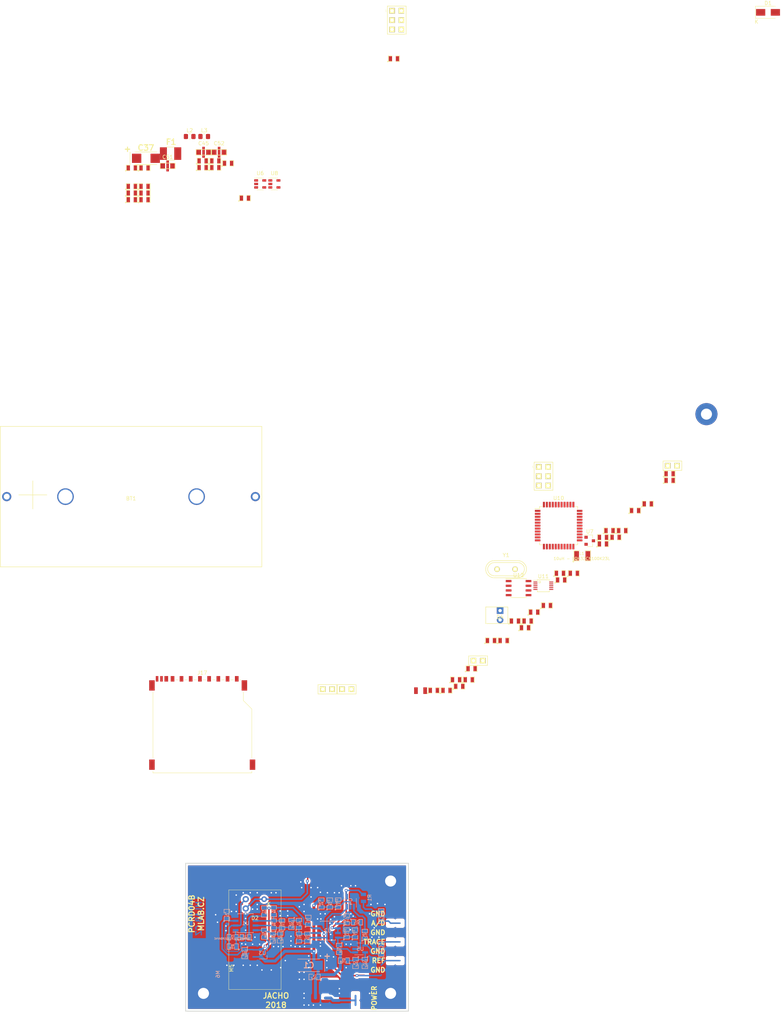
<source format=kicad_pcb>
(kicad_pcb (version 20171130) (host pcbnew "(6.0.0-rc1-dev-205-gc0615c5ef)")
  (title_block (title NAME) (date "%d. %m. %Y") (rev REV) (company "Mlab www.mlab.cz") (comment 1 VERSION) (comment 2 "Short description\\nTwo lines are maximum") (comment 3 "nickname <email@example.com>"))
  (layers (0 F.Cu signal) (31 B.Cu signal) (34 B.Paste user) (36 B.SilkS user) (37 F.SilkS user) (38 B.Mask user) (39 F.Mask user hide) (44 Edge.Cuts user))
  (net 0 "")
  (net 1 GND)
  (net 2 "Net-(C10-Pad2)")
  (net 3 /VCC1)
  (net 4 /VCC2)
  (net 5 /VCC3)
  (net 6 /VCC4)
  (net 7 "Net-(C10-Pad1)")
  (net 8 "Net-(C15-Pad1)")
  (net 9 "Net-(C15-Pad2)")
  (net 10 "Net-(C16-Pad1)")
  (net 11 "Net-(C18-Pad1)")
  (net 12 "Net-(C18-Pad2)")
  (net 13 "Net-(C19-Pad1)")
  (net 14 "Net-(R12-Pad2)")
  (net 15 "Net-(R13-Pad2)")
  (net 16 "Net-(C2-Pad1)")
  (net 17 /A)
  (net 18 /K)
  (net 19 "Net-(C21-Pad3)")
  (net 20 "Net-(C22-Pad1)")
  (net 21 "Net-(C23-Pad3)")
  (net 22 "Net-(BT1-Pad1)")
  (net 23 "Net-(BT1-Pad2)")
  (net 24 "Net-(R1-Pad2)")
  (net 25 VDD)
  (net 26 /cpu/AREF)
  (net 27 "Net-(C30-Pad1)")
  (net 28 /cpu/AVCC)
  (net 29 "Net-(C33-Pad1)")
  (net 30 /cpu/SD_VDD)
  (net 31 "Net-(C37-Pad1)")
  (net 32 "Net-(C38-Pad1)")
  (net 33 /cpu/RST#)
  (net 34 /cpu/RST#_P)
  (net 35 "Net-(D4-Pad2)")
  (net 36 /cpu/PC0)
  (net 37 /cpu/PC1)
  (net 38 "Net-(J17-Pad1)")
  (net 39 "Net-(J17-Pad2)")
  (net 40 "Net-(J17-Pad5)")
  (net 41 "Net-(J17-Pad7)")
  (net 42 /cpu/PB5)
  (net 43 /cpu/PB7)
  (net 44 /cpu/PB6)
  (net 45 /cpu/RX0)
  (net 46 /cpu/TX0)
  (net 47 /cpu/INTA)
  (net 48 /cpu/PB4)
  (net 49 /cpu/LED)
  (net 50 "Net-(U11-Pad1)")
  (net 51 "Net-(U11-Pad2)")
  (net 52 +3V3)
  (net 53 /PA1)
  (net 54 "Net-(C21-Pad1)")
  (net 55 "Net-(C23-Pad1)")
  (net 56 "Net-(C42-Pad1)")
  (net 57 +5V)
  (net 58 "Net-(L2-Pad2)")
  (net 59 "Net-(L3-Pad2)")
  (module Mlab_R:SMD-0805 (layer B.Cu) (at 48.895 -20.955 90)
    (fp_text reference R12 (at 0 0.3175 90) (layer B.SilkS) (effects (font (size 0.50038 0.50038) (thickness 0.10922)) (justify mirror)))
    (fp_text value 10k (at 0.127 -0.381 90) (layer B.SilkS) (effects (font (size 0.50038 0.50038) (thickness 0.10922)) (justify mirror)))
    (pad 1 smd rect (at -0.9525 0 90) (size 0.889 1.397) (layers B.Cu B.Paste B.Mask) (net 16 "Net-(C2-Pad1)"))
    (pad 2 smd rect (at 0.9525 0 90) (size 0.889 1.397) (layers B.Cu B.Paste B.Mask) (net 14 "Net-(R12-Pad2)"))
  )
  (module Mlab_Mechanical:BMI-S-210-F (layer B.Cu) (at 6.985 -6.35)
    (fp_text reference M6 (at 2.01 -3.915 -270) (layer B.SilkS) (effects (justify mirror)))
    (fp_text value BMI-S-210-F)
    (pad 1 smd rect (at 37.4 -30.8) (size 3.8 1) (layers B.Cu B.Paste B.Mask) (net 1 GND))
    (pad 1 smd rect (at 31.4 -30.8) (size 3.8 1) (layers B.Cu B.Paste B.Mask) (net 1 GND))
    (pad 1 smd rect (at 25.4 -30.8) (size 3.8 1) (layers B.Cu B.Paste B.Mask) (net 1 GND))
    (pad 1 smd rect (at 19.4 -30.8) (size 3.8 1) (layers B.Cu B.Paste B.Mask) (net 1 GND))
    (pad 1 smd rect (at 13.4 -30.8) (size 3.8 1) (layers B.Cu B.Paste B.Mask) (net 1 GND))
    (pad 1 smd rect (at 7.4 -30.8) (size 3.8 1) (layers B.Cu B.Paste B.Mask) (net 1 GND))
    (pad 1 smd rect (at 37.4 -0.5) (size 3.8 1) (layers B.Cu B.Paste B.Mask) (net 1 GND))
    (pad 1 smd rect (at 31.4 -0.5) (size 3.8 1) (layers B.Cu B.Paste B.Mask) (net 1 GND))
    (pad 1 smd rect (at 25.4 -0.5) (size 3.8 1) (layers B.Cu B.Paste B.Mask) (net 1 GND))
    (pad 1 smd rect (at 19.4 -0.5) (size 3.8 1) (layers B.Cu B.Paste B.Mask) (net 1 GND))
    (pad 1 smd rect (at 13.4 -0.5) (size 3.8 1) (layers B.Cu B.Paste B.Mask) (net 1 GND))
    (pad 1 smd rect (at 7.4 -0.5) (size 3.8 1) (layers B.Cu B.Paste B.Mask) (net 1 GND))
    (pad 1 smd rect (at 43.15 -30.025) (size 3.3 2.55) (layers B.Cu B.Paste B.Mask) (net 1 GND))
    (pad 1 smd rect (at 1.65 -30.025) (size 3.3 2.55) (layers B.Cu B.Paste B.Mask) (net 1 GND))
    (pad 1 smd rect (at 43.15 -1.275) (size 3.3 2.55) (layers B.Cu B.Paste B.Mask) (net 1 GND))
    (pad 1 smd rect (at 1.65 -1.275) (size 3.3 2.55) (layers B.Cu B.Paste B.Mask) (net 1 GND))
    (pad 1 smd rect (at 0.5 -6.65) (size 1 3.8) (layers B.Cu B.Paste B.Mask) (net 1 GND))
    (pad 1 smd rect (at 0.5 -12.65) (size 1 3.8) (layers B.Cu B.Paste B.Mask) (net 1 GND))
    (pad 1 smd rect (at 0.5 -18.65) (size 1 3.8) (layers B.Cu B.Paste B.Mask) (net 1 GND))
    (pad 1 smd rect (at 0.5 -24.65) (size 1 3.8) (layers B.Cu B.Paste B.Mask) (net 1 GND))
    (pad 1 smd rect (at 44.3 -6.65) (size 1 3.8) (layers B.Cu B.Paste B.Mask) (net 1 GND))
    (pad 1 smd rect (at 44.3 -12.65) (size 1 3.8) (layers B.Cu B.Paste B.Mask) (net 1 GND))
    (pad 1 smd rect (at 44.3 -18.65) (size 1 3.8) (layers B.Cu B.Paste B.Mask) (net 1 GND))
    (pad 1 smd rect (at 44.3 -24.65) (size 1 3.8) (layers B.Cu B.Paste B.Mask) (net 1 GND))
  )
  (module Mlab_C:TantalC_SizeC_Reflow (layer B.Cu) (at 33.655 -12.7 180)
    (fp_text reference C1 (at 0 0 180) (layer B.SilkS) (effects (font (size 1.524 1.524) (thickness 0.3048)) (justify mirror)))
    (fp_text value 47uF hide)
    (fp_text user + (at -4.99872 2.55016 180) (layer B.SilkS) (effects (font (size 1.524 1.524) (thickness 0.3048)) (justify mirror)))
    (pad 2 smd rect (at 2.52476 0 180) (size 2.55016 2.49936) (layers B.Cu B.Paste B.Mask) (net 1 GND))
    (pad 1 smd rect (at -2.52476 0 180) (size 2.55016 2.49936) (layers B.Cu B.Paste B.Mask) (net 52 +3V3))
  )
  (module Mlab_R:SMD-0805 (layer B.Cu) (at 11.43 -26.3525 90)
    (fp_text reference C3 (at 0 0.3175 90) (layer B.SilkS) (effects (font (size 0.50038 0.50038) (thickness 0.10922)) (justify mirror)))
    (fp_text value 4u7 (at 0.127 -0.381 90) (layer B.SilkS) (effects (font (size 0.50038 0.50038) (thickness 0.10922)) (justify mirror)))
    (pad 2 smd rect (at 0.9525 0 90) (size 0.889 1.397) (layers B.Cu B.Paste B.Mask) (net 1 GND))
    (pad 1 smd rect (at -0.9525 0 90) (size 0.889 1.397) (layers B.Cu B.Paste B.Mask) (net 53 /PA1))
  )
  (module Mlab_R:SMD-0805 (layer B.Cu) (at 35.2425 -9.525 180)
    (fp_text reference C4 (at 0 0.3175 180) (layer B.SilkS) (effects (font (size 0.50038 0.50038) (thickness 0.10922)) (justify mirror)))
    (fp_text value 10uF (at 0.127 -0.381 180) (layer B.SilkS) (effects (font (size 0.50038 0.50038) (thickness 0.10922)) (justify mirror)))
    (pad 2 smd rect (at 0.9525 0 180) (size 0.889 1.397) (layers B.Cu B.Paste B.Mask) (net 1 GND))
    (pad 1 smd rect (at -0.9525 0 180) (size 0.889 1.397) (layers B.Cu B.Paste B.Mask) (net 52 +3V3))
  )
  (module Mlab_R:SMD-0805 (layer B.Cu) (at 13.0175 -20.32 180)
    (fp_text reference C5 (at 0 0.3175 180) (layer B.SilkS) (effects (font (size 0.50038 0.50038) (thickness 0.10922)) (justify mirror)))
    (fp_text value "1pFNP0 251R15S1R0AV4E" (at 0.127 -0.381 180) (layer B.SilkS) (effects (font (size 0.50038 0.50038) (thickness 0.10922)) (justify mirror)))
    (pad 2 smd rect (at 0.9525 0 180) (size 0.889 1.397) (layers B.Cu B.Paste B.Mask) (net 17 /A))
    (pad 1 smd rect (at -0.9525 0 180) (size 0.889 1.397) (layers B.Cu B.Paste B.Mask) (net 2 "Net-(C10-Pad2)"))
  )
  (module Mlab_R:SMD-0805 (layer B.Cu) (at 25.908 -20.2565 270)
    (fp_text reference C6 (at 0 0.3175 270) (layer B.SilkS) (effects (font (size 0.50038 0.50038) (thickness 0.10922)) (justify mirror)))
    (fp_text value 10uF (at 0.127 -0.381 270) (layer B.SilkS) (effects (font (size 0.50038 0.50038) (thickness 0.10922)) (justify mirror)))
    (pad 1 smd rect (at -0.9525 0 270) (size 0.889 1.397) (layers B.Cu B.Paste B.Mask) (net 3 /VCC1))
    (pad 2 smd rect (at 0.9525 0 270) (size 0.889 1.397) (layers B.Cu B.Paste B.Mask) (net 1 GND))
  )
  (module Mlab_R:SMD-0805 (layer B.Cu) (at 46.228 -21.336 90)
    (fp_text reference C7 (at 0 0.3175 90) (layer B.SilkS) (effects (font (size 0.50038 0.50038) (thickness 0.10922)) (justify mirror)))
    (fp_text value 10uF (at 0.127 -0.381 90) (layer B.SilkS) (effects (font (size 0.50038 0.50038) (thickness 0.10922)) (justify mirror)))
    (pad 1 smd rect (at -0.9525 0 90) (size 0.889 1.397) (layers B.Cu B.Paste B.Mask) (net 4 /VCC2))
    (pad 2 smd rect (at 0.9525 0 90) (size 0.889 1.397) (layers B.Cu B.Paste B.Mask) (net 1 GND))
  )
  (module Mlab_R:SMD-0805 (layer B.Cu) (at 39.37 -29.464 90)
    (fp_text reference C8 (at 0 0.3175 90) (layer B.SilkS) (effects (font (size 0.50038 0.50038) (thickness 0.10922)) (justify mirror)))
    (fp_text value 10uF (at 0.127 -0.381 90) (layer B.SilkS) (effects (font (size 0.50038 0.50038) (thickness 0.10922)) (justify mirror)))
    (pad 2 smd rect (at 0.9525 0 90) (size 0.889 1.397) (layers B.Cu B.Paste B.Mask) (net 1 GND))
    (pad 1 smd rect (at -0.9525 0 90) (size 0.889 1.397) (layers B.Cu B.Paste B.Mask) (net 5 /VCC3))
  )
  (module Mlab_R:SMD-0805 (layer B.Cu) (at 46.355 -13.335 270)
    (fp_text reference C9 (at 0 0.3175 270) (layer B.SilkS) (effects (font (size 0.50038 0.50038) (thickness 0.10922)) (justify mirror)))
    (fp_text value 10uF (at 0.127 -0.381 270) (layer B.SilkS) (effects (font (size 0.50038 0.50038) (thickness 0.10922)) (justify mirror)))
    (pad 1 smd rect (at -0.9525 0 270) (size 0.889 1.397) (layers B.Cu B.Paste B.Mask) (net 6 /VCC4))
    (pad 2 smd rect (at 0.9525 0 270) (size 0.889 1.397) (layers B.Cu B.Paste B.Mask) (net 1 GND))
  )
  (module Mlab_R:SMD-0805 (layer B.Cu) (at 16.51 -20.32 180)
    (fp_text reference C10 (at 0 0.3175 180) (layer B.SilkS) (effects (font (size 0.50038 0.50038) (thickness 0.10922)) (justify mirror)))
    (fp_text value 100nF (at 0.127 -0.381 180) (layer B.SilkS) (effects (font (size 0.50038 0.50038) (thickness 0.10922)) (justify mirror)))
    (pad 1 smd rect (at -0.9525 0 180) (size 0.889 1.397) (layers B.Cu B.Paste B.Mask) (net 7 "Net-(C10-Pad1)"))
    (pad 2 smd rect (at 0.9525 0 180) (size 0.889 1.397) (layers B.Cu B.Paste B.Mask) (net 2 "Net-(C10-Pad2)"))
  )
  (module Mlab_R:SMD-0805 (layer B.Cu) (at 23.876 -20.2565 270)
    (fp_text reference C11 (at 0 0.3175 270) (layer B.SilkS) (effects (font (size 0.50038 0.50038) (thickness 0.10922)) (justify mirror)))
    (fp_text value 100nF (at 0.127 -0.381 270) (layer B.SilkS) (effects (font (size 0.50038 0.50038) (thickness 0.10922)) (justify mirror)))
    (pad 2 smd rect (at 0.9525 0 270) (size 0.889 1.397) (layers B.Cu B.Paste B.Mask) (net 1 GND))
    (pad 1 smd rect (at -0.9525 0 270) (size 0.889 1.397) (layers B.Cu B.Paste B.Mask) (net 3 /VCC1))
  )
  (module Mlab_R:SMD-0805 (layer B.Cu) (at 43.942 -21.336 90)
    (fp_text reference C12 (at 0 0.3175 90) (layer B.SilkS) (effects (font (size 0.50038 0.50038) (thickness 0.10922)) (justify mirror)))
    (fp_text value 100nF (at 0.127 -0.381 90) (layer B.SilkS) (effects (font (size 0.50038 0.50038) (thickness 0.10922)) (justify mirror)))
    (pad 2 smd rect (at 0.9525 0 90) (size 0.889 1.397) (layers B.Cu B.Paste B.Mask) (net 1 GND))
    (pad 1 smd rect (at -0.9525 0 90) (size 0.889 1.397) (layers B.Cu B.Paste B.Mask) (net 4 /VCC2))
  )
  (module Mlab_R:SMD-0805 (layer B.Cu) (at 41.656 -29.464 90)
    (fp_text reference C13 (at 0 0.3175 90) (layer B.SilkS) (effects (font (size 0.50038 0.50038) (thickness 0.10922)) (justify mirror)))
    (fp_text value 100nF (at 0.127 -0.381 90) (layer B.SilkS) (effects (font (size 0.50038 0.50038) (thickness 0.10922)) (justify mirror)))
    (pad 1 smd rect (at -0.9525 0 90) (size 0.889 1.397) (layers B.Cu B.Paste B.Mask) (net 5 /VCC3))
    (pad 2 smd rect (at 0.9525 0 90) (size 0.889 1.397) (layers B.Cu B.Paste B.Mask) (net 1 GND))
  )
  (module Mlab_R:SMD-0805 (layer B.Cu) (at 48.895 -13.335 270)
    (fp_text reference C14 (at 0 0.3175 270) (layer B.SilkS) (effects (font (size 0.50038 0.50038) (thickness 0.10922)) (justify mirror)))
    (fp_text value 100nF (at 0.127 -0.381 270) (layer B.SilkS) (effects (font (size 0.50038 0.50038) (thickness 0.10922)) (justify mirror)))
    (pad 2 smd rect (at 0.9525 0 270) (size 0.889 1.397) (layers B.Cu B.Paste B.Mask) (net 1 GND))
    (pad 1 smd rect (at -0.9525 0 270) (size 0.889 1.397) (layers B.Cu B.Paste B.Mask) (net 6 /VCC4))
  )
  (module Mlab_R:SMD-0805 (layer B.Cu) (at 26.416 -23.8125 90)
    (fp_text reference C15 (at 0 0.3175 90) (layer B.SilkS) (effects (font (size 0.50038 0.50038) (thickness 0.10922)) (justify mirror)))
    (fp_text value 3n3 (at 0.127 -0.381 90) (layer B.SilkS) (effects (font (size 0.50038 0.50038) (thickness 0.10922)) (justify mirror)))
    (pad 1 smd rect (at -0.9525 0 90) (size 0.889 1.397) (layers B.Cu B.Paste B.Mask) (net 8 "Net-(C15-Pad1)"))
    (pad 2 smd rect (at 0.9525 0 90) (size 0.889 1.397) (layers B.Cu B.Paste B.Mask) (net 9 "Net-(C15-Pad2)"))
  )
  (module Mlab_R:SMD-0805 (layer B.Cu) (at 28.956 -23.9395 270)
    (fp_text reference C16 (at 0 0.3175 270) (layer B.SilkS) (effects (font (size 0.50038 0.50038) (thickness 0.10922)) (justify mirror)))
    (fp_text value 100nF (at 0.127 -0.381 270) (layer B.SilkS) (effects (font (size 0.50038 0.50038) (thickness 0.10922)) (justify mirror)))
    (pad 1 smd rect (at -0.9525 0 270) (size 0.889 1.397) (layers B.Cu B.Paste B.Mask) (net 10 "Net-(C16-Pad1)"))
    (pad 2 smd rect (at 0.9525 0 270) (size 0.889 1.397) (layers B.Cu B.Paste B.Mask) (net 8 "Net-(C15-Pad1)"))
  )
  (module Mlab_R:SMD-0805 (layer B.Cu) (at 33.528 -24.765 90)
    (fp_text reference C17 (at 0 0.3175 90) (layer B.SilkS) (effects (font (size 0.50038 0.50038) (thickness 0.10922)) (justify mirror)))
    (fp_text value 4u7 (at 0.127 -0.381 90) (layer B.SilkS) (effects (font (size 0.50038 0.50038) (thickness 0.10922)) (justify mirror)))
    (pad 1 smd rect (at -0.9525 0 90) (size 0.889 1.397) (layers B.Cu B.Paste B.Mask) (net 53 /PA1))
    (pad 2 smd rect (at 0.9525 0 90) (size 0.889 1.397) (layers B.Cu B.Paste B.Mask) (net 1 GND))
  )
  (module Mlab_R:SMD-0805 (layer B.Cu) (at 33.274 -20.2565 90)
    (fp_text reference C18 (at 0 0.3175 90) (layer B.SilkS) (effects (font (size 0.50038 0.50038) (thickness 0.10922)) (justify mirror)))
    (fp_text value 2n2 (at 0.127 -0.381 90) (layer B.SilkS) (effects (font (size 0.50038 0.50038) (thickness 0.10922)) (justify mirror)))
    (pad 1 smd rect (at -0.9525 0 90) (size 0.889 1.397) (layers B.Cu B.Paste B.Mask) (net 11 "Net-(C18-Pad1)"))
    (pad 2 smd rect (at 0.9525 0 90) (size 0.889 1.397) (layers B.Cu B.Paste B.Mask) (net 12 "Net-(C18-Pad2)"))
  )
  (module Mlab_R:SMD-0805 (layer B.Cu) (at 43.942 -25.146 90)
    (fp_text reference C19 (at 0 0.3175 90) (layer B.SilkS) (effects (font (size 0.50038 0.50038) (thickness 0.10922)) (justify mirror)))
    (fp_text value 1nF/NP0 (at 0.127 -0.381 90) (layer B.SilkS) (effects (font (size 0.50038 0.50038) (thickness 0.10922)) (justify mirror)))
    (pad 1 smd rect (at -0.9525 0 90) (size 0.889 1.397) (layers B.Cu B.Paste B.Mask) (net 13 "Net-(C19-Pad1)"))
    (pad 2 smd rect (at 0.9525 0 90) (size 0.889 1.397) (layers B.Cu B.Paste B.Mask) (net 1 GND))
  )
  (module Mlab_Mechanical:MountingHole_3mm (layer F.Cu) (at 55.88 -35.56)
    (fp_text reference M2 hide)
    (fp_text value HOLE hide)
    (pad 1 thru_hole circle (at 0 0) (size 6 6) (drill 3) (layers *.Cu *.Adhes *.Mask) (net 1 GND) (clearance 1))
  )
  (module Mlab_Mechanical:MountingHole_3mm (layer F.Cu) (at 55.88 -5.08)
    (fp_text reference M3 hide)
    (fp_text value HOLE hide)
    (pad 1 thru_hole circle (at 0 0) (size 6 6) (drill 3) (layers *.Cu *.Adhes *.Mask) (net 1 GND) (clearance 1))
  )
  (module Mlab_Mechanical:MountingHole_3mm (layer F.Cu) (at 5.08 -5.08)
    (fp_text reference M4 hide)
    (fp_text value HOLE hide)
    (pad 1 thru_hole circle (at 0 0) (size 6 6) (drill 3) (layers *.Cu *.Adhes *.Mask) (net 1 GND) (clearance 1))
  )
  (module Mlab_R:SMD-0805 (layer B.Cu) (at 21.59 -21.2725 270)
    (fp_text reference R2 (at 0 0.3175 270) (layer B.SilkS) (effects (font (size 0.50038 0.50038) (thickness 0.10922)) (justify mirror)))
    (fp_text value 470R (at 0.127 -0.381 270) (layer B.SilkS) (effects (font (size 0.50038 0.50038) (thickness 0.10922)) (justify mirror)))
    (pad 2 smd rect (at 0.9525 0 270) (size 0.889 1.397) (layers B.Cu B.Paste B.Mask) (net 52 +3V3))
    (pad 1 smd rect (at -0.9525 0 270) (size 0.889 1.397) (layers B.Cu B.Paste B.Mask) (net 3 /VCC1))
  )
  (module Mlab_R:SMD-0805 (layer B.Cu) (at 41.91 -17.145 270)
    (fp_text reference R3 (at 0 0.3175 270) (layer B.SilkS) (effects (font (size 0.50038 0.50038) (thickness 0.10922)) (justify mirror)))
    (fp_text value 470R (at 0.127 -0.381 270) (layer B.SilkS) (effects (font (size 0.50038 0.50038) (thickness 0.10922)) (justify mirror)))
    (pad 1 smd rect (at -0.9525 0 270) (size 0.889 1.397) (layers B.Cu B.Paste B.Mask) (net 4 /VCC2))
    (pad 2 smd rect (at 0.9525 0 270) (size 0.889 1.397) (layers B.Cu B.Paste B.Mask) (net 52 +3V3))
  )
  (module Mlab_R:SMD-0805 (layer B.Cu) (at 37.084 -29.464 90)
    (fp_text reference R4 (at 0 0.3175 90) (layer B.SilkS) (effects (font (size 0.50038 0.50038) (thickness 0.10922)) (justify mirror)))
    (fp_text value 470R (at 0.127 -0.381 90) (layer B.SilkS) (effects (font (size 0.50038 0.50038) (thickness 0.10922)) (justify mirror)))
    (pad 1 smd rect (at -0.9525 0 90) (size 0.889 1.397) (layers B.Cu B.Paste B.Mask) (net 5 /VCC3))
    (pad 2 smd rect (at 0.9525 0 90) (size 0.889 1.397) (layers B.Cu B.Paste B.Mask) (net 52 +3V3))
  )
  (module Mlab_R:SMD-0805 (layer B.Cu) (at 43.18 -13.97 180)
    (fp_text reference R5 (at 0 0.3175 180) (layer B.SilkS) (effects (font (size 0.50038 0.50038) (thickness 0.10922)) (justify mirror)))
    (fp_text value 470R (at 0.127 -0.381 180) (layer B.SilkS) (effects (font (size 0.50038 0.50038) (thickness 0.10922)) (justify mirror)))
    (pad 2 smd rect (at 0.9525 0 180) (size 0.889 1.397) (layers B.Cu B.Paste B.Mask) (net 52 +3V3))
    (pad 1 smd rect (at -0.9525 0 180) (size 0.889 1.397) (layers B.Cu B.Paste B.Mask) (net 6 /VCC4))
  )
  (module Mlab_R:SMD-0805 (layer B.Cu) (at 13.0175 -17.78 180)
    (fp_text reference R6 (at 0 0.3175 180) (layer B.SilkS) (effects (font (size 0.50038 0.50038) (thickness 0.10922)) (justify mirror)))
    (fp_text value 10M (at 0.127 -0.381 180) (layer B.SilkS) (effects (font (size 0.50038 0.50038) (thickness 0.10922)) (justify mirror)))
    (pad 1 smd rect (at -0.9525 0 180) (size 0.889 1.397) (layers B.Cu B.Paste B.Mask) (net 2 "Net-(C10-Pad2)"))
    (pad 2 smd rect (at 0.9525 0 180) (size 0.889 1.397) (layers B.Cu B.Paste B.Mask) (net 17 /A))
  )
  (module Mlab_R:SMD-0805 (layer B.Cu) (at 21.59 -27.305 270)
    (fp_text reference R7 (at 0 0.3175 270) (layer B.SilkS) (effects (font (size 0.50038 0.50038) (thickness 0.10922)) (justify mirror)))
    (fp_text value 10k (at 0.127 -0.381 270) (layer B.SilkS) (effects (font (size 0.50038 0.50038) (thickness 0.10922)) (justify mirror)))
    (pad 2 smd rect (at 0.9525 0 270) (size 0.889 1.397) (layers B.Cu B.Paste B.Mask) (net 7 "Net-(C10-Pad1)"))
    (pad 1 smd rect (at -0.9525 0 270) (size 0.889 1.397) (layers B.Cu B.Paste B.Mask) (net 53 /PA1))
  )
  (module Mlab_R:SMD-0805 (layer B.Cu) (at 24.13 -27.3685 90)
    (fp_text reference R8 (at 0 0.3175 90) (layer B.SilkS) (effects (font (size 0.50038 0.50038) (thickness 0.10922)) (justify mirror)))
    (fp_text value 1k (at 0.127 -0.381 90) (layer B.SilkS) (effects (font (size 0.50038 0.50038) (thickness 0.10922)) (justify mirror)))
    (pad 2 smd rect (at 0.9525 0 90) (size 0.889 1.397) (layers B.Cu B.Paste B.Mask) (net 53 /PA1))
    (pad 1 smd rect (at -0.9525 0 90) (size 0.889 1.397) (layers B.Cu B.Paste B.Mask) (net 9 "Net-(C15-Pad2)"))
  )
  (module Mlab_R:SMD-0805 (layer B.Cu) (at 24.13 -23.8125 90)
    (fp_text reference R9 (at 0 0.3175 90) (layer B.SilkS) (effects (font (size 0.50038 0.50038) (thickness 0.10922)) (justify mirror)))
    (fp_text value 4k7 (at 0.127 -0.381 90) (layer B.SilkS) (effects (font (size 0.50038 0.50038) (thickness 0.10922)) (justify mirror)))
    (pad 2 smd rect (at 0.9525 0 90) (size 0.889 1.397) (layers B.Cu B.Paste B.Mask) (net 9 "Net-(C15-Pad2)"))
    (pad 1 smd rect (at -0.9525 0 90) (size 0.889 1.397) (layers B.Cu B.Paste B.Mask) (net 8 "Net-(C15-Pad1)"))
  )
  (module Mlab_R:SMD-0805 (layer B.Cu) (at 30.988 -23.9395 90)
    (fp_text reference R10 (at 0 0.3175 90) (layer B.SilkS) (effects (font (size 0.50038 0.50038) (thickness 0.10922)) (justify mirror)))
    (fp_text value 1k (at 0.127 -0.381 90) (layer B.SilkS) (effects (font (size 0.50038 0.50038) (thickness 0.10922)) (justify mirror)))
    (pad 2 smd rect (at 0.9525 0 90) (size 0.889 1.397) (layers B.Cu B.Paste B.Mask) (net 10 "Net-(C16-Pad1)"))
    (pad 1 smd rect (at -0.9525 0 90) (size 0.889 1.397) (layers B.Cu B.Paste B.Mask) (net 12 "Net-(C18-Pad2)"))
  )
  (module Mlab_R:SMD-0805 (layer B.Cu) (at 30.988 -20.2565 90)
    (fp_text reference R11 (at 0 0.3175 90) (layer B.SilkS) (effects (font (size 0.50038 0.50038) (thickness 0.10922)) (justify mirror)))
    (fp_text value 4k7 (at 0.127 -0.381 90) (layer B.SilkS) (effects (font (size 0.50038 0.50038) (thickness 0.10922)) (justify mirror)))
    (pad 2 smd rect (at 0.9525 0 90) (size 0.889 1.397) (layers B.Cu B.Paste B.Mask) (net 12 "Net-(C18-Pad2)"))
    (pad 1 smd rect (at -0.9525 0 90) (size 0.889 1.397) (layers B.Cu B.Paste B.Mask) (net 11 "Net-(C18-Pad1)"))
  )
  (module Mlab_R:SMD-0805 (layer B.Cu) (at 46.736 -24.384)
    (fp_text reference R13 (at 0 0.3175) (layer B.SilkS) (effects (font (size 0.50038 0.50038) (thickness 0.10922)) (justify mirror)))
    (fp_text value 2k2 (at 0.127 -0.381) (layer B.SilkS) (effects (font (size 0.50038 0.50038) (thickness 0.10922)) (justify mirror)))
    (pad 2 smd rect (at 0.9525 0) (size 0.889 1.397) (layers B.Cu B.Paste B.Mask) (net 15 "Net-(R13-Pad2)"))
    (pad 1 smd rect (at -0.9525 0) (size 0.889 1.397) (layers B.Cu B.Paste B.Mask) (net 13 "Net-(C19-Pad1)"))
  )
  (module Mlab_IO:SOIC-8_3.9x4.9mm_Pitch1.27mm (layer B.Cu) (at 16.51 -24.13)
    (fp_text reference U1 (at 0 0) (layer B.SilkS) (effects (justify mirror)))
    (fp_text value OPA2314 hide)
    (pad 8 smd rect (at 2.7 1.905) (size 1.55 0.6) (layers B.Cu B.Paste B.Mask) (net 3 /VCC1))
    (pad 7 smd rect (at 2.7 0.635) (size 1.55 0.6) (layers B.Cu B.Paste B.Mask) (net 8 "Net-(C15-Pad1)"))
    (pad 6 smd rect (at 2.7 -0.635) (size 1.55 0.6) (layers B.Cu B.Paste B.Mask) (net 9 "Net-(C15-Pad2)"))
    (pad 5 smd rect (at 2.7 -1.905) (size 1.55 0.6) (layers B.Cu B.Paste B.Mask) (net 7 "Net-(C10-Pad1)"))
    (pad 4 smd rect (at -2.7 -1.905) (size 1.55 0.6) (layers B.Cu B.Paste B.Mask) (net 1 GND))
    (pad 3 smd rect (at -2.7 -0.635) (size 1.55 0.6) (layers B.Cu B.Paste B.Mask) (net 53 /PA1))
    (pad 2 smd rect (at -2.7 0.635) (size 1.55 0.6) (layers B.Cu B.Paste B.Mask) (net 17 /A))
    (pad 1 smd rect (at -2.7 1.905) (size 1.55 0.6) (layers B.Cu B.Paste B.Mask) (net 2 "Net-(C10-Pad2)"))
  )
  (module Mlab_IO:SOIC-8_3.9x4.9mm_Pitch1.27mm (layer B.Cu) (at 38.862 -22.098)
    (fp_text reference U2 (at 0 0) (layer B.SilkS) (effects (justify mirror)))
    (fp_text value OPA2314 hide)
    (pad 1 smd rect (at -2.7 1.905) (size 1.55 0.6) (layers B.Cu B.Paste B.Mask) (net 11 "Net-(C18-Pad1)"))
    (pad 2 smd rect (at -2.7 0.635) (size 1.55 0.6) (layers B.Cu B.Paste B.Mask) (net 12 "Net-(C18-Pad2)"))
    (pad 3 smd rect (at -2.7 -0.635) (size 1.55 0.6) (layers B.Cu B.Paste B.Mask) (net 53 /PA1))
    (pad 4 smd rect (at -2.7 -1.905) (size 1.55 0.6) (layers B.Cu B.Paste B.Mask) (net 1 GND))
    (pad 5 smd rect (at 2.7 -1.905) (size 1.55 0.6) (layers B.Cu B.Paste B.Mask) (net 13 "Net-(C19-Pad1)"))
    (pad 6 smd rect (at 2.7 -0.635) (size 1.55 0.6) (layers B.Cu B.Paste B.Mask) (net 24 "Net-(R1-Pad2)"))
    (pad 7 smd rect (at 2.7 0.635) (size 1.55 0.6) (layers B.Cu B.Paste B.Mask) (net 24 "Net-(R1-Pad2)"))
    (pad 8 smd rect (at 2.7 1.905) (size 1.55 0.6) (layers B.Cu B.Paste B.Mask) (net 4 /VCC2))
  )
  (module Package_TO_SOT_SMD:SOT-23-5_HandSoldering (layer B.Cu) (at 44.958 -29.972 90)
    (fp_text reference U4 (at 0 0 90) (layer B.SilkS) (effects (justify mirror)))
    (fp_text value TS7211)
    (pad 1 smd rect (at -1.35 0.95 90) (size 1.56 0.65) (layers B.Cu B.Paste B.Mask) (net 14 "Net-(R12-Pad2)"))
    (pad 2 smd rect (at -1.35 0 90) (size 1.56 0.65) (layers B.Cu B.Paste B.Mask) (net 5 /VCC3))
    (pad 3 smd rect (at -1.35 -0.95 90) (size 1.56 0.65) (layers B.Cu B.Paste B.Mask) (net 11 "Net-(C18-Pad1)"))
    (pad 4 smd rect (at 1.35 -0.95 90) (size 1.56 0.65) (layers B.Cu B.Paste B.Mask) (net 24 "Net-(R1-Pad2)"))
    (pad 5 smd rect (at 1.35 0.95 90) (size 1.56 0.65) (layers B.Cu B.Paste B.Mask) (net 1 GND))
  )
  (module Package_TO_SOT_SMD:SOT-23-5_HandSoldering (layer B.Cu) (at 47.625 -17.145)
    (fp_text reference U5 (at 0 0) (layer B.SilkS) (effects (justify mirror)))
    (fp_text value TS5A4594)
    (pad 5 smd rect (at 1.35 0.95) (size 1.56 0.65) (layers B.Cu B.Paste B.Mask) (net 6 /VCC4))
    (pad 4 smd rect (at 1.35 -0.95) (size 1.56 0.65) (layers B.Cu B.Paste B.Mask) (net 16 "Net-(C2-Pad1)"))
    (pad 3 smd rect (at -1.35 -0.95) (size 1.56 0.65) (layers B.Cu B.Paste B.Mask) (net 1 GND))
    (pad 2 smd rect (at -1.35 0) (size 1.56 0.65) (layers B.Cu B.Paste B.Mask) (net 15 "Net-(R13-Pad2)"))
    (pad 1 smd rect (at -1.35 0.95) (size 1.56 0.65) (layers B.Cu B.Paste B.Mask) (net 11 "Net-(C18-Pad1)"))
  )
  (module Mlab_R:SMD-0805 (layer B.Cu) (at 16.256 -16.002 270)
    (fp_text reference C20 (at 0 0.3175 270) (layer B.SilkS) (effects (font (size 0.50038 0.50038) (thickness 0.10922)) (justify mirror)))
    (fp_text value 100nF (at 0.127 -0.381 270) (layer B.SilkS) (effects (font (size 0.50038 0.50038) (thickness 0.10922)) (justify mirror)))
    (pad 1 smd rect (at -0.9525 0 270) (size 0.889 1.397) (layers B.Cu B.Paste B.Mask) (net 53 /PA1))
    (pad 2 smd rect (at 0.9525 0 270) (size 0.889 1.397) (layers B.Cu B.Paste B.Mask) (net 1 GND))
  )
  (module Package_TO_SOT_SMD:SOT-23 (layer B.Cu) (at 21.606 -16.002)
    (fp_text reference U3 (at -0.524 0) (layer B.SilkS) (effects (justify mirror)))
    (fp_text value "ISL21080DIH312Z-TK  1V25")
    (pad 3 smd rect (at 1 0) (size 0.9 0.8) (layers B.Cu B.Paste B.Mask) (net 1 GND))
    (pad 2 smd rect (at -1 -0.95) (size 0.9 0.8) (layers B.Cu B.Paste B.Mask) (net 53 /PA1))
    (pad 1 smd rect (at -1 0.95) (size 0.9 0.8) (layers B.Cu B.Paste B.Mask) (net 52 +3V3))
  )
  (module Mlab_Mechanical:BMIS-209-C (layer F.Cu) (at 10.135 -20.79 90)
    (fp_text reference M5 (at -8.89 2.54 90) (layer F.SilkS))
    (fp_text value BMIS-209-C hide)
    (pad 1 smd rect (at 13.5 9.55 90) (size 2 20.1) (layers F.Cu F.Mask) (net 1 GND))
    (pad 1 smd rect (at -13.5 9.55 90) (size 2 20.1) (layers F.Cu F.Mask) (net 1 GND))
    (pad 1 smd rect (at 0 19.1 90) (size 29 2) (layers F.Cu F.Mask) (net 1 GND))
    (pad 1 smd rect (at 0 0 90) (size 29 2) (layers F.Cu F.Mask) (net 1 GND))
  )
  (module Mlab_D:HAMAMATSU_S2744-09_rozs (layer F.Cu) (at 19.05 -5.2 270)
    (fp_text reference D2 (at -20.32 0 180) (layer F.SilkS))
    (fp_text value S2744-09)
    (fp_text user K (at -24.13 -3.81 180) (layer F.SilkS))
    (pad 1 thru_hole circle (at -22.9 2.5 270) (size 1.7 1.7) (drill 0.889) (layers *.Cu *.Mask) (net 18 /K))
    (pad 2 thru_hole circle (at -25.44 2.5 270) (size 1.7 1.7) (drill 0.889) (layers *.Cu *.Mask) (net 17 /A))
    (pad 1 thru_hole circle (at -25.44 -2.5 270) (size 1.524 1.524) (drill 0.762) (layers *.Cu *.Mask) (net 18 /K))
  )
  (module Mlab_L:FIR1 (layer B.Cu) (at 53.34 -17.145 90)
    (fp_text reference C2 (at 0 0 90) (layer B.SilkS) (effects (justify mirror)))
    (fp_text value NFM21CC221R1H3D-220pF hide)
    (pad 1 smd rect (at -1.35 0 90) (size 1.3 1.5) (layers B.Cu B.Paste B.Mask) (net 16 "Net-(C2-Pad1)"))
    (pad 2 smd rect (at 0 0 90) (size 0.7 3) (layers B.Cu B.Paste B.Mask) (net 1 GND))
    (pad 3 smd rect (at 1.35 0 90) (size 1.3 1.5) (layers B.Cu B.Paste B.Mask))
  )
  (module Mlab_L:FIR1 (layer B.Cu) (at 53.34 -26.035 270)
    (fp_text reference C22 (at 0 0 270) (layer B.SilkS) (effects (justify mirror)))
    (fp_text value NFM21CC221R1H3D-220pF hide)
    (pad 3 smd rect (at 1.35 0 270) (size 1.3 1.5) (layers B.Cu B.Paste B.Mask))
    (pad 2 smd rect (at 0 0 270) (size 0.7 3) (layers B.Cu B.Paste B.Mask) (net 1 GND))
    (pad 1 smd rect (at -1.35 0 270) (size 1.3 1.5) (layers B.Cu B.Paste B.Mask) (net 20 "Net-(C22-Pad1)"))
  )
  (module Mlab_R:SMD-0805 (layer B.Cu) (at 48.514 -30.988 90)
    (fp_text reference R1 (at 0 1.65 90) (layer B.SilkS) (effects (justify mirror)))
    (fp_text value 10R hide)
    (pad 1 smd rect (at -0.9525 0 90) (size 0.899 1.4) (layers B.Cu B.Paste B.Mask) (net 20 "Net-(C22-Pad1)"))
    (pad 2 smd rect (at 0.9525 0 90) (size 0.889 1.4) (layers B.Cu B.Paste B.Mask) (net 24 "Net-(R1-Pad2)"))
  )
  (module Mlab_R:SMD-0805 (layer F.Cu) (at 67.613001 -87.282999)
    (fp_text reference C26)
    (fp_text value 100nF)
    (pad 2 smd rect (at 0.9525 0) (size 0.889 1.397) (layers F.Cu F.Paste F.Mask) (net 1 GND))
    (pad 1 smd rect (at -0.9525 0) (size 0.889 1.397) (layers F.Cu F.Paste F.Mask) (net 52 +3V3))
  )
  (module Mlab_R:SMD-0805 (layer F.Cu) (at 83.123001 -100.812999)
    (fp_text reference C27)
    (fp_text value 100nF)
    (pad 1 smd rect (at -0.9525 0) (size 0.889 1.397) (layers F.Cu F.Paste F.Mask) (net 52 +3V3))
    (pad 2 smd rect (at 0.9525 0) (size 0.889 1.397) (layers F.Cu F.Paste F.Mask) (net 1 GND))
  )
  (module Mlab_R:SMD-0805 (layer F.Cu) (at 102.173001 -117.262999)
    (fp_text reference C28)
    (fp_text value 100nF)
    (pad 2 smd rect (at 0.9525 0) (size 0.889 1.397) (layers F.Cu F.Paste F.Mask) (net 1 GND))
    (pad 1 smd rect (at -0.9525 0) (size 0.889 1.397) (layers F.Cu F.Paste F.Mask) (net 52 +3V3))
  )
  (module Mlab_R:SMD-0805 (layer F.Cu) (at 71.063001 -87.282999)
    (fp_text reference C29)
    (fp_text value 100nF)
    (pad 1 smd rect (at -0.9525 0) (size 0.889 1.397) (layers F.Cu F.Paste F.Mask) (net 26 /cpu/AREF))
    (pad 2 smd rect (at 0.9525 0) (size 0.889 1.397) (layers F.Cu F.Paste F.Mask) (net 1 GND))
  )
  (module Mlab_R:SMD-0805 (layer F.Cu) (at 113.523001 -128.822999)
    (fp_text reference C30)
    (fp_text value 15pF)
    (pad 1 smd rect (at -0.9525 0) (size 0.889 1.397) (layers F.Cu F.Paste F.Mask) (net 27 "Net-(C30-Pad1)"))
    (pad 2 smd rect (at 0.9525 0) (size 0.889 1.397) (layers F.Cu F.Paste F.Mask) (net 1 GND))
  )
  (module Mlab_R:SMD-0805 (layer F.Cu) (at 98.313001 -110.332999)
    (fp_text reference C31)
    (fp_text value 100nF)
    (pad 1 smd rect (at -0.9525 0) (size 0.889 1.397) (layers F.Cu F.Paste F.Mask) (net 28 /cpu/AVCC))
    (pad 2 smd rect (at 0.9525 0) (size 0.889 1.397) (layers F.Cu F.Paste F.Mask) (net 1 GND))
  )
  (module Mlab_R:SMD-0805 (layer F.Cu) (at 105.623001 -119.062999)
    (fp_text reference C33)
    (fp_text value 15pF)
    (pad 2 smd rect (at 0.9525 0) (size 0.889 1.397) (layers F.Cu F.Paste F.Mask) (net 1 GND))
    (pad 1 smd rect (at -0.9525 0) (size 0.889 1.397) (layers F.Cu F.Paste F.Mask) (net 29 "Net-(C33-Pad1)"))
  )
  (module Mlab_R:SMD-0805 (layer F.Cu) (at 94.863001 -108.532999)
    (fp_text reference C34)
    (fp_text value 100nF)
    (pad 1 smd rect (at -0.9525 0) (size 0.889 1.397) (layers F.Cu F.Paste F.Mask) (net 52 +3V3))
    (pad 2 smd rect (at 0.9525 0) (size 0.889 1.397) (layers F.Cu F.Paste F.Mask) (net 1 GND))
  )
  (module Mlab_R:SMD-0805 (layer F.Cu) (at 113.523001 -127.022999)
    (fp_text reference C35)
    (fp_text value 100nF)
    (pad 2 smd rect (at 0.9525 0) (size 0.889 1.397) (layers F.Cu F.Paste F.Mask) (net 1 GND))
    (pad 1 smd rect (at -0.9525 0) (size 0.889 1.397) (layers F.Cu F.Paste F.Mask) (net 52 +3V3))
  )
  (module Mlab_R:SMD-0805 (layer F.Cu) (at 116.973001 -128.842999)
    (fp_text reference C36)
    (fp_text value 10uF)
    (pad 2 smd rect (at 0.9525 0) (size 0.889 1.397) (layers F.Cu F.Paste F.Mask) (net 1 GND))
    (pad 1 smd rect (at -0.9525 0) (size 0.889 1.397) (layers F.Cu F.Paste F.Mask) (net 30 /cpu/SD_VDD))
  )
  (module Mlab_R:SMD-0805 (layer F.Cu) (at 77.103001 -90.182999)
    (fp_text reference C39)
    (fp_text value 100nF)
    (pad 2 smd rect (at 0.9525 0) (size 0.889 1.397) (layers F.Cu F.Paste F.Mask) (net 1 GND))
    (pad 1 smd rect (at -0.9525 0) (size 0.889 1.397) (layers F.Cu F.Paste F.Mask) (net 52 +3V3))
  )
  (module Mlab_R:SMD-0805 (layer F.Cu) (at 93.083001 -106.102999)
    (fp_text reference C40)
    (fp_text value 10uF)
    (pad 2 smd rect (at 0.9525 0) (size 0.889 1.397) (layers F.Cu F.Paste F.Mask) (net 1 GND))
    (pad 1 smd rect (at -0.9525 0) (size 0.889 1.397) (layers F.Cu F.Paste F.Mask) (net 26 /cpu/AREF))
  )
  (module Mlab_R:SMD-0805 (layer F.Cu) (at 92.373001 -104.302999)
    (fp_text reference C41)
    (fp_text value 100nF)
    (pad 1 smd rect (at -0.9525 0) (size 0.889 1.397) (layers F.Cu F.Paste F.Mask) (net 30 /cpu/SD_VDD))
    (pad 2 smd rect (at 0.9525 0) (size 0.889 1.397) (layers F.Cu F.Paste F.Mask) (net 1 GND))
  )
  (module Mlab_R:SMD-0805 (layer F.Cu) (at 122.253001 -136.092999)
    (fp_text reference C43)
    (fp_text value 4u7)
    (pad 2 smd rect (at 0.9525 0) (size 0.889 1.397) (layers F.Cu F.Paste F.Mask) (net 33 /cpu/RST#))
    (pad 1 smd rect (at -0.9525 0) (size 0.889 1.397) (layers F.Cu F.Paste F.Mask) (net 34 /cpu/RST#_P))
  )
  (module Mlab_R:SMD-0805 (layer F.Cu) (at 125.703001 -137.892999)
    (fp_text reference C44)
    (fp_text value 100nF)
    (pad 1 smd rect (at -0.9525 0) (size 0.889 1.397) (layers F.Cu F.Paste F.Mask) (net 26 /cpu/AREF))
    (pad 2 smd rect (at 0.9525 0) (size 0.889 1.397) (layers F.Cu F.Paste F.Mask) (net 1 GND))
  )
  (module Mlab_R:SMD-0805 (layer F.Cu) (at 74.513001 -88.382999)
    (fp_text reference C46)
    (fp_text value 100nF)
    (pad 1 smd rect (at -0.9525 0) (size 0.889 1.397) (layers F.Cu F.Paste F.Mask) (net 52 +3V3))
    (pad 2 smd rect (at 0.9525 0) (size 0.889 1.397) (layers F.Cu F.Paste F.Mask) (net 1 GND))
  )
  (module Mlab_R:SMD-0805 (layer F.Cu) (at 101.853001 -119.062999)
    (fp_text reference C47)
    (fp_text value 100nF)
    (pad 1 smd rect (at -0.9525 0) (size 0.889 1.397) (layers F.Cu F.Paste F.Mask) (net 52 +3V3))
    (pad 2 smd rect (at 0.9525 0) (size 0.889 1.397) (layers F.Cu F.Paste F.Mask) (net 1 GND))
  )
  (module Mlab_D:FIX-LED-313 (layer F.Cu) (at 85.605001 -107.674999)
    (fp_text reference D4 (at 0 0.5) (layer F.SilkS))
    (fp_text value HLMP-K150+FIX-LED-313)
    (pad 2 thru_hole circle (at 0 1.27) (size 1.8 1.8) (drill 0.9) (layers *.Cu *.Mask) (net 35 "Net-(D4-Pad2)"))
    (pad 1 thru_hole rect (at 0 -1.27) (size 1.8 1.8) (drill 0.9) (layers *.Cu *.Mask) (net 1 GND))
  )
  (module Connector_Card:SD_TE_2041021 (layer F.Cu) (at 4.74 -78.46)
    (fp_text reference J17 (at 0 -13.6) (layer F.SilkS))
    (fp_text value MCC-SD)
    (pad 1 smd rect (at 6.875 -11.975) (size 1 1.5) (layers F.Cu F.Paste F.Mask) (net 38 "Net-(J17-Pad1)"))
    (pad 2 smd rect (at 4.375 -11.975) (size 1 1.5) (layers F.Cu F.Paste F.Mask) (net 39 "Net-(J17-Pad2)"))
    (pad 3 smd rect (at 1.875 -11.975) (size 1 1.5) (layers F.Cu F.Paste F.Mask) (net 1 GND))
    (pad 4 smd rect (at -0.625 -11.975) (size 1 1.5) (layers F.Cu F.Paste F.Mask) (net 30 /cpu/SD_VDD))
    (pad 5 smd rect (at -3.125 -11.975) (size 1 1.5) (layers F.Cu F.Paste F.Mask) (net 40 "Net-(J17-Pad5)"))
    (pad 6 smd rect (at -5.625 -11.975) (size 1 1.5) (layers F.Cu F.Paste F.Mask) (net 1 GND))
    (pad 7 smd rect (at -8.055 -11.975) (size 1 1.5) (layers F.Cu F.Paste F.Mask) (net 41 "Net-(J17-Pad7)"))
    (pad 8 smd rect (at -9.755 -11.975) (size 1 1.5) (layers F.Cu F.Paste F.Mask))
    (pad 9 smd rect (at 9.375 -11.975) (size 1 1.5) (layers F.Cu F.Paste F.Mask))
    (pad 10 smd rect (at -11.055 -11.975) (size 0.7 1.5) (layers F.Cu F.Paste F.Mask))
    (pad 11 smd rect (at -12.255 -11.975) (size 0.7 1.5) (layers F.Cu F.Paste F.Mask))
    (pad "" np_thru_hole circle (at 9.5 -9.175) (size 1.6 1.6) (drill 1.6) (layers *.Cu *.Mask))
    (pad "" np_thru_hole circle (at -11.5 -9.175) (size 1.1 1.1) (drill 1.1) (layers *.Cu *.Mask))
    (pad 12 smd rect (at 11.45 -10.175) (size 1.5 2.8) (layers F.Cu F.Paste F.Mask) (net 1 GND))
    (pad 12 smd rect (at 13.65 11.325) (size 1.5 2.8) (layers F.Cu F.Paste F.Mask) (net 1 GND))
    (pad 12 smd rect (at -13.65 11.325) (size 1.5 2.8) (layers F.Cu F.Paste F.Mask) (net 1 GND))
    (pad 12 smd rect (at -13.65 -10.175) (size 1.5 2.8) (layers F.Cu F.Paste F.Mask) (net 1 GND))
  )
  (module Mlab_Pin_Headers:Straight_2x01 (layer F.Cu) (at 38.725001 -87.594999)
    (fp_text reference J19 hide)
    (fp_text value HEADER_2x01_PARALLEL hide)
    (pad 2 thru_hole rect (at 1.27 0) (size 1.524 1.524) (drill 0.889) (layers *.Cu *.Mask F.SilkS) (net 33 /cpu/RST#))
    (pad 1 thru_hole rect (at -1.27 0) (size 1.524 1.524) (drill 0.889) (layers *.Cu *.Mask F.SilkS) (net 33 /cpu/RST#))
  )
  (module Mlab_Pin_Headers:Straight_2x03 (layer F.Cu) (at 97.385001 -145.404999)
    (fp_text reference J22 hide)
    (fp_text value HEADER_2x03 hide)
    (fp_text user 1 (at -2.921 -2.54) (layer F.SilkS) (effects (font (size 0.5 0.5) (thickness 0.05))))
    (pad 6 thru_hole rect (at 1.27 2.54) (size 1.524 1.524) (drill 0.889) (layers *.Cu *.Mask F.SilkS) (net 1 GND))
    (pad 5 thru_hole rect (at -1.27 2.54) (size 1.524 1.524) (drill 0.889) (layers *.Cu *.Mask F.SilkS) (net 34 /cpu/RST#_P))
    (pad 4 thru_hole rect (at 1.27 0) (size 1.524 1.524) (drill 0.889) (layers *.Cu *.Mask F.SilkS) (net 42 /cpu/PB5))
    (pad 3 thru_hole rect (at -1.27 0) (size 1.524 1.524) (drill 0.889) (layers *.Cu *.Mask F.SilkS) (net 43 /cpu/PB7))
    (pad 2 thru_hole rect (at 1.27 -2.54) (size 1.524 1.524) (drill 0.889) (layers *.Cu *.Mask F.SilkS) (net 52 +3V3))
    (pad 1 thru_hole rect (at -1.27 -2.54) (size 1.524 1.524) (drill 0.889) (layers *.Cu *.Mask F.SilkS) (net 44 /cpu/PB6))
  )
  (module Mlab_Pin_Headers:Straight_2x01 (layer F.Cu) (at 79.645001 -95.364999)
    (fp_text reference J29 hide)
    (fp_text value HEADER_2x01_PARALLEL hide)
    (pad 2 thru_hole rect (at 1.27 0) (size 1.524 1.524) (drill 0.889) (layers *.Cu *.Mask F.SilkS) (net 45 /cpu/RX0))
    (pad 1 thru_hole rect (at -1.27 0) (size 1.524 1.524) (drill 0.889) (layers *.Cu *.Mask F.SilkS) (net 45 /cpu/RX0))
  )
  (module Mlab_Pin_Headers:Straight_2x01 (layer F.Cu) (at 132.385001 -148.254999)
    (fp_text reference J30 hide)
    (fp_text value HEADER_2x01_PARALLEL hide)
    (pad 1 thru_hole rect (at -1.27 0) (size 1.524 1.524) (drill 0.889) (layers *.Cu *.Mask F.SilkS) (net 46 /cpu/TX0))
    (pad 2 thru_hole rect (at 1.27 0) (size 1.524 1.524) (drill 0.889) (layers *.Cu *.Mask F.SilkS) (net 46 /cpu/TX0))
  )
  (module Mlab_Pin_Headers:Straight_2x01 (layer F.Cu) (at 43.955001 -87.594999)
    (fp_text reference J42 hide)
    (fp_text value HEADER_2x01_PARALLEL hide)
    (pad 1 thru_hole rect (at -1.27 0) (size 1.524 1.524) (drill 0.889) (layers *.Cu *.Mask F.SilkS) (net 47 /cpu/INTA))
    (pad 2 thru_hole rect (at 1.27 0) (size 1.524 1.524) (drill 0.889) (layers *.Cu *.Mask F.SilkS) (net 47 /cpu/INTA))
  )
  (module Mlab_R:SMD-1210 (layer F.Cu) (at 107.897606 -123.807999)
    (fp_text reference L1 (at -0.127 -0.635) (layer F.SilkS) (effects (font (size 0.762 0.762) (thickness 0.127))))
    (fp_text value "10uH - LQH32CN100K23L" (at -0.127 0.762) (layer F.SilkS) (effects (font (size 0.762 0.762) (thickness 0.127))))
    (pad 1 smd rect (at -1.524 0) (size 1.27 2.54) (layers F.Cu F.Paste F.Mask) (net 52 +3V3))
    (pad 2 smd rect (at 1.524 0) (size 1.27 2.54) (layers F.Cu F.Paste F.Mask) (net 28 /cpu/AVCC))
  )
  (module Mlab_Mechanical:MountingHole_3mm (layer F.Cu) (at 141.620241 -162.249759)
    (fp_text reference M1 hide)
    (fp_text value HOLE hide)
    (pad 1 thru_hole circle (at 0 0) (size 6 6) (drill 3) (layers *.Cu *.Adhes *.Mask) (net 1 GND) (clearance 1))
  )
  (module Mlab_R:SMD-0805 (layer F.Cu) (at 73.653001 -90.182999)
    (fp_text reference R14)
    (fp_text value 100)
    (pad 2 smd rect (at 0.9525 0) (size 0.889 1.397) (layers F.Cu F.Paste F.Mask) (net 48 /cpu/PB4))
    (pad 1 smd rect (at -0.9525 0) (size 0.889 1.397) (layers F.Cu F.Paste F.Mask) (net 38 "Net-(J17-Pad1)"))
  )
  (module Mlab_R:SMD-0805 (layer F.Cu) (at 77.863001 -93.182999)
    (fp_text reference R16)
    (fp_text value 100)
    (pad 2 smd rect (at 0.9525 0) (size 0.889 1.397) (layers F.Cu F.Paste F.Mask) (net 42 /cpu/PB5))
    (pad 1 smd rect (at -0.9525 0) (size 0.889 1.397) (layers F.Cu F.Paste F.Mask) (net 39 "Net-(J17-Pad2)"))
  )
  (module Mlab_R:SMD-0805 (layer F.Cu) (at 118.753001 -130.642999)
    (fp_text reference R17)
    (fp_text value 100)
    (pad 2 smd rect (at 0.9525 0) (size 0.889 1.397) (layers F.Cu F.Paste F.Mask) (net 43 /cpu/PB7))
    (pad 1 smd rect (at -0.9525 0) (size 0.889 1.397) (layers F.Cu F.Paste F.Mask) (net 40 "Net-(J17-Pad5)"))
  )
  (module Mlab_R:SMD-0805 (layer F.Cu) (at 131.623001 -144.272999)
    (fp_text reference R18)
    (fp_text value 100)
    (pad 1 smd rect (at -0.9525 0) (size 0.889 1.397) (layers F.Cu F.Paste F.Mask) (net 41 "Net-(J17-Pad7)"))
    (pad 2 smd rect (at 0.9525 0) (size 0.889 1.397) (layers F.Cu F.Paste F.Mask) (net 44 /cpu/PB6))
  )
  (module Mlab_R:SMD-0805 (layer F.Cu) (at 131.623001 -146.072999)
    (fp_text reference R20)
    (fp_text value 10k)
    (pad 1 smd rect (at -0.9525 0) (size 0.889 1.397) (layers F.Cu F.Paste F.Mask) (net 37 /cpu/PC1))
    (pad 2 smd rect (at 0.9525 0) (size 0.889 1.397) (layers F.Cu F.Paste F.Mask) (net 52 +3V3))
  )
  (module Mlab_R:SMD-0805 (layer F.Cu) (at 115.303001 -130.642999)
    (fp_text reference R21)
    (fp_text value 10k)
    (pad 1 smd rect (at -0.9525 0) (size 0.889 1.397) (layers F.Cu F.Paste F.Mask) (net 36 /cpu/PC0))
    (pad 2 smd rect (at 0.9525 0) (size 0.889 1.397) (layers F.Cu F.Paste F.Mask) (net 52 +3V3))
  )
  (module Mlab_R:SMD-0805 (layer F.Cu) (at 86.573001 -100.812999)
    (fp_text reference R23)
    (fp_text value 10k)
    (pad 1 smd rect (at -0.9525 0) (size 0.889 1.397) (layers F.Cu F.Paste F.Mask) (net 34 /cpu/RST#_P))
    (pad 2 smd rect (at 0.9525 0) (size 0.889 1.397) (layers F.Cu F.Paste F.Mask) (net 52 +3V3))
  )
  (module Mlab_R:SMD-0805 (layer F.Cu) (at 89.633001 -106.102999)
    (fp_text reference R26)
    (fp_text value 2k2)
    (pad 1 smd rect (at -0.9525 0) (size 0.889 1.397) (layers F.Cu F.Paste F.Mask) (net 35 "Net-(D4-Pad2)"))
    (pad 2 smd rect (at 0.9525 0) (size 0.889 1.397) (layers F.Cu F.Paste F.Mask) (net 49 /cpu/LED))
  )
  (module Package_TO_SOT_SMD:SOT-23 (layer F.Cu) (at 109.945001 -127.884999)
    (fp_text reference U7 (at 0 -2.5) (layer F.SilkS))
    (fp_text value ISL21080CIH320Z-TK)
    (pad 1 smd rect (at -1 -0.95) (size 0.9 0.8) (layers F.Cu F.Paste F.Mask) (net 52 +3V3))
    (pad 2 smd rect (at -1 0.95) (size 0.9 0.8) (layers F.Cu F.Paste F.Mask) (net 26 /cpu/AREF))
    (pad 3 smd rect (at 1 0) (size 0.9 0.8) (layers F.Cu F.Paste F.Mask) (net 1 GND))
  )
  (module Package_QFP:TQFP-44_10x10mm_P0.8mm (layer F.Cu) (at 101.495001 -132.004999)
    (fp_text reference U10 (at 0 -7.45) (layer F.SilkS))
    (fp_text value ATMEGA1284P-AU)
    (pad 1 smd rect (at -5.7 -4) (size 1.5 0.55) (layers F.Cu F.Paste F.Mask) (net 42 /cpu/PB5))
    (pad 2 smd rect (at -5.7 -3.2) (size 1.5 0.55) (layers F.Cu F.Paste F.Mask) (net 44 /cpu/PB6))
    (pad 3 smd rect (at -5.7 -2.4) (size 1.5 0.55) (layers F.Cu F.Paste F.Mask) (net 43 /cpu/PB7))
    (pad 4 smd rect (at -5.7 -1.6) (size 1.5 0.55) (layers F.Cu F.Paste F.Mask) (net 34 /cpu/RST#_P))
    (pad 5 smd rect (at -5.7 -0.8) (size 1.5 0.55) (layers F.Cu F.Paste F.Mask) (net 52 +3V3))
    (pad 6 smd rect (at -5.7 0) (size 1.5 0.55) (layers F.Cu F.Paste F.Mask) (net 1 GND))
    (pad 7 smd rect (at -5.7 0.8) (size 1.5 0.55) (layers F.Cu F.Paste F.Mask) (net 27 "Net-(C30-Pad1)"))
    (pad 8 smd rect (at -5.7 1.6) (size 1.5 0.55) (layers F.Cu F.Paste F.Mask) (net 29 "Net-(C33-Pad1)"))
    (pad 9 smd rect (at -5.7 2.4) (size 1.5 0.55) (layers F.Cu F.Paste F.Mask) (net 45 /cpu/RX0))
    (pad 10 smd rect (at -5.7 3.2) (size 1.5 0.55) (layers F.Cu F.Paste F.Mask) (net 46 /cpu/TX0))
    (pad 11 smd rect (at -5.7 4) (size 1.5 0.55) (layers F.Cu F.Paste F.Mask))
    (pad 12 smd rect (at -4 5.7 90) (size 1.5 0.55) (layers F.Cu F.Paste F.Mask))
    (pad 13 smd rect (at -3.2 5.7 90) (size 1.5 0.55) (layers F.Cu F.Paste F.Mask))
    (pad 14 smd rect (at -2.4 5.7 90) (size 1.5 0.55) (layers F.Cu F.Paste F.Mask))
    (pad 15 smd rect (at -1.6 5.7 90) (size 1.5 0.55) (layers F.Cu F.Paste F.Mask))
    (pad 16 smd rect (at -0.8 5.7 90) (size 1.5 0.55) (layers F.Cu F.Paste F.Mask))
    (pad 17 smd rect (at 0 5.7 90) (size 1.5 0.55) (layers F.Cu F.Paste F.Mask) (net 52 +3V3))
    (pad 18 smd rect (at 0.8 5.7 90) (size 1.5 0.55) (layers F.Cu F.Paste F.Mask) (net 1 GND))
    (pad 19 smd rect (at 1.6 5.7 90) (size 1.5 0.55) (layers F.Cu F.Paste F.Mask) (net 36 /cpu/PC0))
    (pad 20 smd rect (at 2.4 5.7 90) (size 1.5 0.55) (layers F.Cu F.Paste F.Mask) (net 37 /cpu/PC1))
    (pad 21 smd rect (at 3.2 5.7 90) (size 1.5 0.55) (layers F.Cu F.Paste F.Mask))
    (pad 22 smd rect (at 4 5.7 90) (size 1.5 0.55) (layers F.Cu F.Paste F.Mask))
    (pad 23 smd rect (at 5.7 4) (size 1.5 0.55) (layers F.Cu F.Paste F.Mask))
    (pad 24 smd rect (at 5.7 3.2) (size 1.5 0.55) (layers F.Cu F.Paste F.Mask))
    (pad 25 smd rect (at 5.7 2.4) (size 1.5 0.55) (layers F.Cu F.Paste F.Mask))
    (pad 26 smd rect (at 5.7 1.6) (size 1.5 0.55) (layers F.Cu F.Paste F.Mask) (net 49 /cpu/LED))
    (pad 27 smd rect (at 5.7 0.8) (size 1.5 0.55) (layers F.Cu F.Paste F.Mask) (net 28 /cpu/AVCC))
    (pad 28 smd rect (at 5.7 0) (size 1.5 0.55) (layers F.Cu F.Paste F.Mask) (net 1 GND))
    (pad 29 smd rect (at 5.7 -0.8) (size 1.5 0.55) (layers F.Cu F.Paste F.Mask) (net 26 /cpu/AREF))
    (pad 30 smd rect (at 5.7 -1.6) (size 1.5 0.55) (layers F.Cu F.Paste F.Mask))
    (pad 31 smd rect (at 5.7 -2.4) (size 1.5 0.55) (layers F.Cu F.Paste F.Mask))
    (pad 32 smd rect (at 5.7 -3.2) (size 1.5 0.55) (layers F.Cu F.Paste F.Mask))
    (pad 33 smd rect (at 5.7 -4) (size 1.5 0.55) (layers F.Cu F.Paste F.Mask))
    (pad 34 smd rect (at 4 -5.7 90) (size 1.5 0.55) (layers F.Cu F.Paste F.Mask))
    (pad 35 smd rect (at 3.2 -5.7 90) (size 1.5 0.55) (layers F.Cu F.Paste F.Mask))
    (pad 36 smd rect (at 2.4 -5.7 90) (size 1.5 0.55) (layers F.Cu F.Paste F.Mask))
    (pad 37 smd rect (at 1.6 -5.7 90) (size 1.5 0.55) (layers F.Cu F.Paste F.Mask))
    (pad 38 smd rect (at 0.8 -5.7 90) (size 1.5 0.55) (layers F.Cu F.Paste F.Mask) (net 52 +3V3))
    (pad 39 smd rect (at 0 -5.7 90) (size 1.5 0.55) (layers F.Cu F.Paste F.Mask) (net 1 GND))
    (pad 40 smd rect (at -0.8 -5.7 90) (size 1.5 0.55) (layers F.Cu F.Paste F.Mask))
    (pad 41 smd rect (at -1.6 -5.7 90) (size 1.5 0.55) (layers F.Cu F.Paste F.Mask) (net 30 /cpu/SD_VDD))
    (pad 42 smd rect (at -2.4 -5.7 90) (size 1.5 0.55) (layers F.Cu F.Paste F.Mask) (net 30 /cpu/SD_VDD))
    (pad 43 smd rect (at -3.2 -5.7 90) (size 1.5 0.55) (layers F.Cu F.Paste F.Mask) (net 30 /cpu/SD_VDD))
    (pad 44 smd rect (at -4 -5.7 90) (size 1.5 0.55) (layers F.Cu F.Paste F.Mask) (net 48 /cpu/PB4))
  )
  (module Mlab_IO:TSSOP-10_3x3mm_Pitch0.5mm (layer F.Cu) (at 97.345001 -115.684999)
    (fp_text reference U11 (at 0 -2.55) (layer F.SilkS))
    (fp_text value PCF85263A)
    (pad 1 smd rect (at -2.15 -1) (size 1.1 0.25) (layers F.Cu F.Paste F.Mask) (net 50 "Net-(U11-Pad1)"))
    (pad 2 smd rect (at -2.15 -0.5) (size 1.1 0.25) (layers F.Cu F.Paste F.Mask) (net 51 "Net-(U11-Pad2)"))
    (pad 3 smd rect (at -2.15 0) (size 1.1 0.25) (layers F.Cu F.Paste F.Mask) (net 25 VDD))
    (pad 4 smd rect (at -2.15 0.5) (size 1.1 0.25) (layers F.Cu F.Paste F.Mask))
    (pad 5 smd rect (at -2.15 1) (size 1.1 0.25) (layers F.Cu F.Paste F.Mask) (net 1 GND))
    (pad 6 smd rect (at 2.15 1) (size 1.1 0.25) (layers F.Cu F.Paste F.Mask) (net 37 /cpu/PC1))
    (pad 7 smd rect (at 2.15 0.5) (size 1.1 0.25) (layers F.Cu F.Paste F.Mask) (net 36 /cpu/PC0))
    (pad 8 smd rect (at 2.15 0) (size 1.1 0.25) (layers F.Cu F.Paste F.Mask))
    (pad 9 smd rect (at 2.15 -0.5) (size 1.1 0.25) (layers F.Cu F.Paste F.Mask) (net 47 /cpu/INTA))
    (pad 10 smd rect (at 2.15 -1) (size 1.1 0.25) (layers F.Cu F.Paste F.Mask) (net 52 +3V3))
  )
  (module Package_SO:SOIC-8_3.9x4.9mm_P1.27mm (layer F.Cu) (at 90.615001 -115.044999)
    (fp_text reference U12 (at 0 -3.5) (layer F.SilkS))
    (fp_text value AT24CS64-SSHM)
    (pad 1 smd rect (at -2.7 -1.905) (size 1.55 0.6) (layers F.Cu F.Paste F.Mask) (net 1 GND))
    (pad 2 smd rect (at -2.7 -0.635) (size 1.55 0.6) (layers F.Cu F.Paste F.Mask) (net 1 GND))
    (pad 3 smd rect (at -2.7 0.635) (size 1.55 0.6) (layers F.Cu F.Paste F.Mask) (net 1 GND))
    (pad 4 smd rect (at -2.7 1.905) (size 1.55 0.6) (layers F.Cu F.Paste F.Mask) (net 1 GND))
    (pad 5 smd rect (at 2.7 1.905) (size 1.55 0.6) (layers F.Cu F.Paste F.Mask) (net 37 /cpu/PC1))
    (pad 6 smd rect (at 2.7 0.635) (size 1.55 0.6) (layers F.Cu F.Paste F.Mask) (net 36 /cpu/PC0))
    (pad 7 smd rect (at 2.7 -0.635) (size 1.55 0.6) (layers F.Cu F.Paste F.Mask) (net 1 GND))
    (pad 8 smd rect (at 2.7 -1.905) (size 1.55 0.6) (layers F.Cu F.Paste F.Mask) (net 52 +3V3))
  )
  (module Mlab_XTAL:Crystal_HC49-U_Vertical (layer F.Cu) (at 87.224421 -120.175819)
    (fp_text reference Y1 (at 0 -3.81) (layer F.SilkS))
    (fp_text value 16MHz)
    (pad 1 thru_hole circle (at -2.44094 0) (size 1.50114 1.50114) (drill 0.8001) (layers *.Cu *.Mask F.SilkS) (net 27 "Net-(C30-Pad1)"))
    (pad 2 thru_hole circle (at 2.44094 0) (size 1.50114 1.50114) (drill 0.8001) (layers *.Cu *.Mask F.SilkS) (net 29 "Net-(C33-Pad1)"))
  )
  (module Mlab_XTAL:ABS07 (layer F.Cu) (at 64.01 -87.22)
    (fp_text reference Y2)
    (fp_text value ABS07-120-32.768KHZ-T hide)
    (pad 1 smd rect (at 1.25 0) (size 1 1.8) (layers F.Cu F.Paste F.Mask) (net 51 "Net-(U11-Pad2)"))
    (pad 2 smd rect (at -1.25 0) (size 1 1.8) (layers F.Cu F.Paste F.Mask) (net 50 "Net-(U11-Pad1)"))
  )
  (module Mlab_Batery:BX0037 (layer F.Cu) (at -14.58 -139.87)
    (fp_text reference BT1 (at 0 0.5) (layer F.SilkS))
    (fp_text value BX0037)
    (fp_text user + (at -26.67 -1.27) (layer F.SilkS) (effects (font (size 10 10))))
    (pad "" np_thru_hole circle (at 17.8 0) (size 4.5 4.5) (drill 3.8) (layers *.Cu *.Mask))
    (pad "" np_thru_hole circle (at -17.8 0) (size 4.5 4.5) (drill 3.8) (layers *.Cu *.Mask))
    (pad 2 thru_hole circle (at 33.75 0) (size 2.5 2.5) (drill 1.6) (layers *.Cu *.Mask) (net 1 GND))
    (pad 1 thru_hole circle (at -33.75 0) (size 2.5 2.5) (drill 1.6) (layers *.Cu *.Mask) (net 22 "Net-(BT1-Pad1)"))
  )
  (module Mlab_R:SMD-0805 (layer F.Cu) (at -14.366999 -224.042999)
    (fp_text reference C21)
    (fp_text value 10uF)
    (pad 2 smd rect (at 0.9525 0) (size 0.889 1.397) (layers F.Cu F.Paste F.Mask) (net 1 GND))
    (pad 1 smd rect (at -0.9525 0) (size 0.889 1.397) (layers F.Cu F.Paste F.Mask) (net 54 "Net-(C21-Pad1)"))
  )
  (module Mlab_R:SMD-0805 (layer F.Cu) (at -14.366999 -222.242999)
    (fp_text reference C23)
    (fp_text value 10uF)
    (pad 1 smd rect (at -0.9525 0) (size 0.889 1.397) (layers F.Cu F.Paste F.Mask) (net 55 "Net-(C23-Pad1)"))
    (pad 2 smd rect (at 0.9525 0) (size 0.889 1.397) (layers F.Cu F.Paste F.Mask) (net 1 GND))
  )
  (module Mlab_R:SMD-0805 (layer F.Cu) (at -10.916999 -224.042999)
    (fp_text reference C24)
    (fp_text value 1uF)
    (pad 2 smd rect (at 0.9525 0) (size 0.889 1.397) (layers F.Cu F.Paste F.Mask) (net 53 /PA1))
    (pad 1 smd rect (at -0.9525 0) (size 0.889 1.397) (layers F.Cu F.Paste F.Mask) (net 18 /K))
  )
  (module Mlab_R:SMD-0805 (layer F.Cu) (at 11.753001 -230.312999)
    (fp_text reference C25)
    (fp_text value 100nF)
    (pad 1 smd rect (at -0.9525 0) (size 0.889 1.397) (layers F.Cu F.Paste F.Mask) (net 25 VDD))
    (pad 2 smd rect (at 0.9525 0) (size 0.889 1.397) (layers F.Cu F.Paste F.Mask) (net 1 GND))
  )
  (module Mlab_R:SMD-0805 (layer F.Cu) (at 8.303001 -229.162999)
    (fp_text reference C32)
    (fp_text value 100nF)
    (pad 1 smd rect (at -0.9525 0) (size 0.889 1.397) (layers F.Cu F.Paste F.Mask) (net 25 VDD))
    (pad 2 smd rect (at 0.9525 0) (size 0.889 1.397) (layers F.Cu F.Paste F.Mask) (net 1 GND))
  )
  (module Mlab_C:TantalC_SizeC_Reflow (layer F.Cu) (at -10.544299 -231.671919)
    (fp_text reference C37 (at 0 -2.85) (layer F.SilkS) (effects (font (size 1.524 1.524) (thickness 0.3048))))
    (fp_text value 47uF hide)
    (fp_text user + (at -4.99872 -2.55016) (layer F.SilkS) (effects (font (size 1.524 1.524) (thickness 0.3048))))
    (pad 2 smd rect (at 2.52476 0) (size 2.55016 2.49936) (layers F.Cu F.Paste F.Mask) (net 1 GND))
    (pad 1 smd rect (at -2.52476 0) (size 2.55016 2.49936) (layers F.Cu F.Paste F.Mask) (net 31 "Net-(C37-Pad1)"))
  )
  (module Mlab_R:SMD-0805 (layer F.Cu) (at 16.3375 -220.86)
    (fp_text reference C38)
    (fp_text value 10uF)
    (pad 1 smd rect (at -0.9525 0) (size 0.889 1.397) (layers F.Cu F.Paste F.Mask) (net 32 "Net-(C38-Pad1)"))
    (pad 2 smd rect (at 0.9525 0) (size 0.889 1.397) (layers F.Cu F.Paste F.Mask) (net 1 GND))
  )
  (module Mlab_R:SMD-0805 (layer F.Cu) (at 4.853001 -229.162999)
    (fp_text reference C42)
    (fp_text value 10uF)
    (pad 1 smd rect (at -0.9525 0) (size 0.889 1.397) (layers F.Cu F.Paste F.Mask) (net 56 "Net-(C42-Pad1)"))
    (pad 2 smd rect (at 0.9525 0) (size 0.889 1.397) (layers F.Cu F.Paste F.Mask) (net 1 GND))
  )
  (module Mlab_L:FIR1 (layer F.Cu) (at 5.107001 -233.3)
    (fp_text reference C45 (at 0 -2.413) (layer F.SilkS))
    (fp_text value NFM21PC105-1uF hide)
    (pad 3 smd rect (at 1.35 0) (size 1.3 1.5) (layers F.Cu F.Paste F.Mask) (net 25 VDD))
    (pad 2 smd rect (at 0 0) (size 0.7 3) (layers F.Cu F.Paste F.Mask) (net 1 GND))
    (pad 1 smd rect (at -1.35 0) (size 1.3 1.5) (layers F.Cu F.Paste F.Mask) (net 31 "Net-(C37-Pad1)"))
  )
  (module Mlab_R:SMD-0805 (layer F.Cu) (at 56.783001 -258.692999)
    (fp_text reference C48)
    (fp_text value 100nF)
    (pad 2 smd rect (at 0.9525 0) (size 0.889 1.397) (layers F.Cu F.Paste F.Mask) (net 1 GND))
    (pad 1 smd rect (at -0.9525 0) (size 0.889 1.397) (layers F.Cu F.Paste F.Mask) (net 25 VDD))
  )
  (module Mlab_R:SMD-0805 (layer F.Cu) (at -10.916999 -229.062999)
    (fp_text reference C49)
    (fp_text value 10uF)
    (pad 2 smd rect (at 0.9525 0) (size 0.889 1.397) (layers F.Cu F.Paste F.Mask) (net 1 GND))
    (pad 1 smd rect (at -0.9525 0) (size 0.889 1.397) (layers F.Cu F.Paste F.Mask) (net 32 "Net-(C38-Pad1)"))
  )
  (module Mlab_R:SMD-0805 (layer F.Cu) (at 4.853001 -230.962999)
    (fp_text reference C50)
    (fp_text value 10uF)
    (pad 2 smd rect (at 0.9525 0) (size 0.889 1.397) (layers F.Cu F.Paste F.Mask) (net 1 GND))
    (pad 1 smd rect (at -0.9525 0) (size 0.889 1.397) (layers F.Cu F.Paste F.Mask) (net 56 "Net-(C42-Pad1)"))
  )
  (module Mlab_L:FIR1 (layer F.Cu) (at -4.642999 -229.6)
    (fp_text reference C51 (at 0 -2.413) (layer F.SilkS))
    (fp_text value NFM21PC105-1uF hide)
    (pad 1 smd rect (at -1.35 0) (size 1.3 1.5) (layers F.Cu F.Paste F.Mask) (net 32 "Net-(C38-Pad1)"))
    (pad 2 smd rect (at 0 0) (size 0.7 3) (layers F.Cu F.Paste F.Mask) (net 1 GND))
    (pad 3 smd rect (at 1.35 0) (size 1.3 1.5) (layers F.Cu F.Paste F.Mask) (net 52 +3V3))
  )
  (module Mlab_L:FIR1 (layer F.Cu) (at 9.317001 -233.3)
    (fp_text reference C52 (at 0 -2.413) (layer F.SilkS))
    (fp_text value NFM21PC105-1uF hide)
    (pad 1 smd rect (at -1.35 0) (size 1.3 1.5) (layers F.Cu F.Paste F.Mask) (net 56 "Net-(C42-Pad1)"))
    (pad 2 smd rect (at 0 0) (size 0.7 3) (layers F.Cu F.Paste F.Mask) (net 1 GND))
    (pad 3 smd rect (at 1.35 0) (size 1.3 1.5) (layers F.Cu F.Paste F.Mask) (net 57 +5V))
  )
  (module Mlab_R:SMD-0805 (layer F.Cu) (at -14.366999 -229.062999)
    (fp_text reference C53)
    (fp_text value 100nF)
    (pad 2 smd rect (at 0.9525 0) (size 0.889 1.397) (layers F.Cu F.Paste F.Mask) (net 1 GND))
    (pad 1 smd rect (at -0.9525 0) (size 0.889 1.397) (layers F.Cu F.Paste F.Mask) (net 52 +3V3))
  )
  (module Mlab_R:SMD-0805 (layer F.Cu) (at 8.303001 -230.962999)
    (fp_text reference C54)
    (fp_text value 100nF)
    (pad 2 smd rect (at 0.9525 0) (size 0.889 1.397) (layers F.Cu F.Paste F.Mask) (net 1 GND))
    (pad 1 smd rect (at -0.9525 0) (size 0.889 1.397) (layers F.Cu F.Paste F.Mask) (net 57 +5V))
  )
  (module Mlab_F:1812 (layer F.Cu) (at -3.85 -232.946999)
    (fp_text reference F1 (at 0.13462 -3.15468) (layer F.SilkS) (effects (font (size 1.524 1.524) (thickness 0.3048))))
    (fp_text value 750mA hide)
    (pad 1 smd rect (at -1.95 0) (size 1.9 3.4) (layers F.Cu F.Paste F.Mask) (net 31 "Net-(C37-Pad1)"))
    (pad 2 smd rect (at 1.95 0) (size 1.9 3.4) (layers F.Cu F.Paste F.Mask) (net 22 "Net-(BT1-Pad1)"))
  )
  (module Mlab_Pin_Headers:Straight_2x03 (layer F.Cu) (at 57.545001 -269.164999)
    (fp_text reference J1 hide)
    (fp_text value HEADER_2x03_PARALLEL hide)
    (fp_text user 1 (at -2.921 -2.54) (layer F.SilkS) (effects (font (size 0.5 0.5) (thickness 0.05))))
    (pad 1 thru_hole rect (at -1.27 -2.54) (size 1.524 1.524) (drill 0.889) (layers *.Cu *.Mask F.SilkS) (net 1 GND))
    (pad 2 thru_hole rect (at 1.27 -2.54) (size 1.524 1.524) (drill 0.889) (layers *.Cu *.Mask F.SilkS) (net 1 GND))
    (pad 3 thru_hole rect (at -1.27 0) (size 1.524 1.524) (drill 0.889) (layers *.Cu *.Mask F.SilkS) (net 22 "Net-(BT1-Pad1)"))
    (pad 4 thru_hole rect (at 1.27 0) (size 1.524 1.524) (drill 0.889) (layers *.Cu *.Mask F.SilkS) (net 22 "Net-(BT1-Pad1)"))
    (pad 5 thru_hole rect (at -1.27 2.54) (size 1.524 1.524) (drill 0.889) (layers *.Cu *.Mask F.SilkS) (net 1 GND))
    (pad 6 thru_hole rect (at 1.27 2.54) (size 1.524 1.524) (drill 0.889) (layers *.Cu *.Mask F.SilkS) (net 1 GND))
  )
  (module Mlab_R:SMD-0805 (layer F.Cu) (at -10.916999 -220.442999)
    (fp_text reference R15)
    (fp_text value 4k7)
    (pad 2 smd rect (at 0.9525 0) (size 0.889 1.397) (layers F.Cu F.Paste F.Mask) (net 57 +5V))
    (pad 1 smd rect (at -0.9525 0) (size 0.889 1.397) (layers F.Cu F.Paste F.Mask) (net 54 "Net-(C21-Pad1)"))
  )
  (module Mlab_R:SMD-0805 (layer F.Cu) (at -10.916999 -222.242999)
    (fp_text reference R19)
    (fp_text value 4k7)
    (pad 1 smd rect (at -0.9525 0) (size 0.889 1.397) (layers F.Cu F.Paste F.Mask) (net 55 "Net-(C23-Pad1)"))
    (pad 2 smd rect (at 0.9525 0) (size 0.889 1.397) (layers F.Cu F.Paste F.Mask) (net 54 "Net-(C21-Pad1)"))
  )
  (module Mlab_R:SMD-0805 (layer F.Cu) (at -14.366999 -220.442999)
    (fp_text reference R22)
    (fp_text value 4k7)
    (pad 1 smd rect (at -0.9525 0) (size 0.889 1.397) (layers F.Cu F.Paste F.Mask) (net 18 /K))
    (pad 2 smd rect (at 0.9525 0) (size 0.889 1.397) (layers F.Cu F.Paste F.Mask) (net 55 "Net-(C23-Pad1)"))
  )
  (module Resistor_SMD:R_0805_2012Metric_Pad1.15x1.40mm_HandSolder (layer F.Cu) (at 1.335001 -237.584999)
    (fp_text reference L2 (at 0 -1.65) (layer F.SilkS))
    (fp_text value DFE252012P-4R7M)
    (pad 2 smd roundrect (at 1.025 0) (size 1.15 1.4) (layers F.Cu F.Paste F.Mask) (roundrect_rratio 0.217391) (net 58 "Net-(L2-Pad2)"))
    (pad 1 smd roundrect (at -1.025 0) (size 1.15 1.4) (layers F.Cu F.Paste F.Mask) (roundrect_rratio 0.217391) (net 25 VDD))
  )
  (module Resistor_SMD:R_0805_2012Metric_Pad1.15x1.40mm_HandSolder (layer F.Cu) (at 5.285001 -237.584999)
    (fp_text reference L3 (at 0 -1.65) (layer F.SilkS))
    (fp_text value DFE252012P-4R7M)
    (pad 1 smd roundrect (at -1.025 0) (size 1.15 1.4) (layers F.Cu F.Paste F.Mask) (roundrect_rratio 0.217391) (net 25 VDD))
    (pad 2 smd roundrect (at 1.025 0) (size 1.15 1.4) (layers F.Cu F.Paste F.Mask) (roundrect_rratio 0.217391) (net 59 "Net-(L3-Pad2)"))
  )
  (module Package_TO_SOT_SMD:SOT-23-5 (layer F.Cu) (at 20.485001 -224.714999)
    (fp_text reference U6 (at 0 -2.9) (layer F.SilkS))
    (fp_text value TPS613221ADBV)
    (pad 5 smd rect (at 1.1 -0.95) (size 1.06 0.65) (layers F.Cu F.Paste F.Mask))
    (pad 4 smd rect (at 1.1 0.95) (size 1.06 0.65) (layers F.Cu F.Paste F.Mask) (net 32 "Net-(C38-Pad1)"))
    (pad 3 smd rect (at -1.1 0.95) (size 1.06 0.65) (layers F.Cu F.Paste F.Mask))
    (pad 2 smd rect (at -1.1 0) (size 1.06 0.65) (layers F.Cu F.Paste F.Mask) (net 1 GND))
    (pad 1 smd rect (at -1.1 -0.95) (size 1.06 0.65) (layers F.Cu F.Paste F.Mask) (net 58 "Net-(L2-Pad2)"))
  )
  (module Package_TO_SOT_SMD:SOT-23-5 (layer F.Cu) (at 24.335001 -224.714999)
    (fp_text reference U8 (at 0 -2.9) (layer F.SilkS))
    (fp_text value TPS613222ADBV)
    (pad 1 smd rect (at -1.1 -0.95) (size 1.06 0.65) (layers F.Cu F.Paste F.Mask) (net 59 "Net-(L3-Pad2)"))
    (pad 2 smd rect (at -1.1 0) (size 1.06 0.65) (layers F.Cu F.Paste F.Mask) (net 1 GND))
    (pad 3 smd rect (at -1.1 0.95) (size 1.06 0.65) (layers F.Cu F.Paste F.Mask))
    (pad 4 smd rect (at 1.1 0.95) (size 1.06 0.65) (layers F.Cu F.Paste F.Mask) (net 56 "Net-(C42-Pad1)"))
    (pad 5 smd rect (at 1.1 -0.95) (size 1.06 0.65) (layers F.Cu F.Paste F.Mask))
  )
  (module Mlab_D:Diode-SMA_Standard (layer F.Cu) (at 158.335483 -271.274999)
    (fp_text reference D1 (at 0 -2.5) (layer F.SilkS))
    (fp_text value M4)
    (fp_text user K (at -3.1242 2.5654) (layer F.SilkS))
    (pad 1 smd rect (at -2 0) (size 2.5 1.8) (layers F.Cu F.Paste F.Mask) (net 31 "Net-(C37-Pad1)"))
    (pad 2 smd rect (at 2 0) (size 2.5 1.8) (layers F.Cu F.Paste F.Mask) (net 1 GND))
  )
  (gr_text REF (at 54.61 -13.97) (layer F.SilkS) (effects (font (size 1.3 1.3) (thickness 0.3)) (justify right)))
  (gr_text MLAB.CZ (at 3.81 -25.4 90) (layer B.Cu) (effects (font (size 1.5 1.5) (thickness 0.3)) (justify mirror)))
  (gr_text A/D (at 54.61 -24.13) (layer F.SilkS) (effects (font (size 1.3 1.3) (thickness 0.3)) (justify right)))
  (gr_text GND (at 54.61 -11.43) (layer F.SilkS) (effects (font (size 1.3 1.3) (thickness 0.3)) (justify right)))
  (gr_text GND (at 54.61 -16.51) (layer F.SilkS) (effects (font (size 1.3 1.3) (thickness 0.3)) (justify right)))
  (gr_text GND (at 54.61 -26.67) (layer F.SilkS) (effects (font (size 1.3 1.3) (thickness 0.3)) (justify right)))
  (gr_text GND (at 54.61 -21.59) (layer F.SilkS) (effects (font (size 1.3 1.3) (thickness 0.3)) (justify right)))
  (gr_text TRACE (at 54.61 -19.05) (layer F.SilkS) (effects (font (size 1.3 1.3) (thickness 0.3)) (justify right)))
  (gr_text POWER (at 51.435 -3.81 90) (layer F.SilkS) (effects (font (size 1.3 1.3) (thickness 0.3))))
  (gr_text 2018 (at 24.765 -1.905) (layer F.SilkS) (effects (font (size 1.5 1.5) (thickness 0.3))))
  (gr_text JACHO (at 24.765 -4.445) (layer F.SilkS) (effects (font (size 1.5 1.5) (thickness 0.3))))
  (gr_text MLAB.CZ (at 4.445 -26.67 90) (layer F.SilkS) (effects (font (size 1.5 1.5) (thickness 0.3))))
  (gr_text PCRD04B (at 1.905 -26.67 90) (layer F.SilkS) (effects (font (size 1.5 1.5) (thickness 0.3))))
  (gr_line (start 0.254 -0.254) (end 0.254 -40.386) (layer Edge.Cuts) (width 0.2))
  (gr_line (start 0.254 -0.254) (end 60.706 -0.254) (layer Edge.Cuts) (width 0.2))
  (gr_line (start 60.706 -0.254) (end 60.706 -40.386) (layer Edge.Cuts) (width 0.2))
  (gr_line (start 0.254 -40.386) (end 60.706 -40.386) (layer Edge.Cuts) (width 0.2))
  (segment (start 33.655 -1.905) (end 32.385 -1.905) (width 0.25) (layer B.Cu) (net 1))
  (via (at 32.385 -1.905) (size 0.8) (drill 0.4) (layers F.Cu B.Cu) (net 1))
  (segment (start 34.925 -1.905) (end 33.655 -1.905) (width 0.25) (layer F.Cu) (net 1))
  (via (at 33.655 -1.905) (size 0.8) (drill 0.4) (layers F.Cu B.Cu) (net 1))
  (segment (start 36.83 -1.905) (end 34.925 -1.905) (width 0.25) (layer B.Cu) (net 1))
  (via (at 34.925 -1.905) (size 0.8) (drill 0.4) (layers F.Cu B.Cu) (net 1))
  (segment (start 36.824998 -3.81) (end 34.29 -6.344998) (width 0.25) (layer F.Cu) (net 1))
  (segment (start 36.824998 -3.81) (end 36.824998 -1.910002) (width 0.25) (layer F.Cu) (net 1))
  (segment (start 36.824998 -1.910002) (end 36.83 -1.905) (width 0.25) (layer F.Cu) (net 1))
  (via (at 36.83 -1.905) (size 0.8) (drill 0.4) (layers F.Cu B.Cu) (net 1))
  (segment (start 33.655 -13.97) (end 33.655 -12.065) (width 0.25) (layer B.Cu) (net 1))
  (via (at 33.655 -12.065) (size 0.8) (drill 0.4) (layers F.Cu B.Cu) (net 1))
  (segment (start 33.655 -15.24) (end 33.655 -13.97) (width 0.25) (layer F.Cu) (net 1))
  (via (at 33.655 -13.97) (size 0.8) (drill 0.4) (layers F.Cu B.Cu) (net 1))
  (segment (start 32.385 -13.97) (end 33.655 -15.24) (width 0.25) (layer B.Cu) (net 1))
  (segment (start 27.305 -13.97) (end 32.385 -13.97) (width 0.25) (layer B.Cu) (net 1))
  (via (at 33.655 -15.24) (size 0.8) (drill 0.4) (layers F.Cu B.Cu) (net 1))
  (segment (start 36.83 -17.907) (end 36.83 -15.24) (width 0.25) (layer F.Cu) (net 1))
  (via (at 36.83 -15.24) (size 0.8) (drill 0.4) (layers F.Cu B.Cu) (net 1))
  (segment (start 25.4 -17.78) (end 26.67 -17.78) (width 0.25) (layer B.Cu) (net 1))
  (via (at 26.67 -17.78) (size 0.8) (drill 0.4) (layers F.Cu B.Cu) (net 1))
  (segment (start 24.13 -17.78) (end 25.4 -17.78) (width 0.25) (layer F.Cu) (net 1))
  (via (at 25.4 -17.78) (size 0.8) (drill 0.4) (layers F.Cu B.Cu) (net 1))
  (segment (start 22.606 -16.256) (end 24.13 -17.78) (width 0.25) (layer B.Cu) (net 1))
  (segment (start 22.606 -16.002) (end 22.606 -16.256) (width 0.25) (layer B.Cu) (net 1))
  (via (at 24.13 -17.78) (size 0.8) (drill 0.4) (layers F.Cu B.Cu) (net 1))
  (segment (start 50.8 -26.035) (end 50.165 -26.67) (width 0.25) (layer B.Cu) (net 1))
  (segment (start 53.34 -26.035) (end 50.8 -26.035) (width 0.25) (layer B.Cu) (net 1))
  (via (at 50.165 -26.67) (size 0.8) (drill 0.4) (layers F.Cu B.Cu) (net 1))
  (segment (start 50.8 -20.32) (end 52.705 -20.32) (width 0.25) (layer B.Cu) (net 1))
  (via (at 52.705 -20.32) (size 0.8) (drill 0.4) (layers F.Cu B.Cu) (net 1))
  (segment (start 51.435 -20.955) (end 50.8 -20.32) (width 0.25) (layer F.Cu) (net 1))
  (segment (start 51.435 -22.86) (end 51.435 -20.955) (width 0.25) (layer F.Cu) (net 1))
  (via (at 50.8 -20.32) (size 0.8) (drill 0.4) (layers F.Cu B.Cu) (net 1))
  (segment (start 51.285 -23.01) (end 51.435 -22.86) (width 0.25) (layer B.Cu) (net 1))
  (segment (start 51.285 -25) (end 51.285 -23.01) (width 0.25) (layer B.Cu) (net 1))
  (via (at 51.435 -22.86) (size 0.8) (drill 0.4) (layers F.Cu B.Cu) (net 1))
  (segment (start 45.085 -34.29) (end 46.355 -34.29) (width 0.25) (layer B.Cu) (net 1))
  (via (at 46.355 -34.29) (size 0.8) (drill 0.4) (layers F.Cu B.Cu) (net 1))
  (segment (start 42.545 -34.29) (end 45.085 -34.29) (width 0.25) (layer F.Cu) (net 1))
  (via (at 45.085 -34.29) (size 0.8) (drill 0.4) (layers F.Cu B.Cu) (net 1))
  (segment (start 41.91 -33.655) (end 42.545 -34.29) (width 0.25) (layer B.Cu) (net 1))
  (segment (start 41.91 -32.385) (end 41.91 -33.655) (width 0.25) (layer B.Cu) (net 1))
  (via (at 42.545 -34.29) (size 0.8) (drill 0.4) (layers F.Cu B.Cu) (net 1))
  (segment (start 40.64 -32.385) (end 41.91 -32.385) (width 0.25) (layer F.Cu) (net 1))
  (via (at 41.91 -32.385) (size 0.8) (drill 0.4) (layers F.Cu B.Cu) (net 1))
  (segment (start 38.735 -32.385) (end 40.64 -32.385) (width 0.25) (layer B.Cu) (net 1))
  (via (at 40.64 -32.385) (size 0.8) (drill 0.4) (layers F.Cu B.Cu) (net 1))
  (segment (start 39.37 -31.75) (end 38.735 -32.385) (width 0.25) (layer F.Cu) (net 1))
  (segment (start 39.37 -29.845) (end 39.37 -31.75) (width 0.25) (layer F.Cu) (net 1))
  (via (at 38.735 -32.385) (size 0.8) (drill 0.4) (layers F.Cu B.Cu) (net 1))
  (segment (start 38.735 -29.845) (end 39.37 -29.845) (width 0.25) (layer F.Cu) (net 1))
  (segment (start 24.765 -32.385) (end 27.305 -29.845) (width 0.25) (layer F.Cu) (net 1))
  (segment (start 27.305 -29.845) (end 38.735 -29.845) (width 0.25) (layer F.Cu) (net 1))
  (segment (start 23.495 -32.385) (end 24.765 -32.385) (width 0.25) (layer B.Cu) (net 1))
  (via (at 24.765 -32.385) (size 0.8) (drill 0.4) (layers F.Cu B.Cu) (net 1))
  (segment (start 19.685 -32.385) (end 23.495 -32.385) (width 0.25) (layer F.Cu) (net 1))
  (via (at 23.495 -32.385) (size 0.8) (drill 0.4) (layers F.Cu B.Cu) (net 1))
  (segment (start 17.78 -32.385) (end 19.685 -32.385) (width 0.25) (layer B.Cu) (net 1))
  (via (at 19.685 -32.385) (size 0.8) (drill 0.4) (layers F.Cu B.Cu) (net 1))
  (segment (start 15.875 -32.385) (end 17.78 -32.385) (width 0.25) (layer F.Cu) (net 1))
  (via (at 17.78 -32.385) (size 0.8) (drill 0.4) (layers F.Cu B.Cu) (net 1))
  (segment (start 15.24 -31.75) (end 15.875 -32.385) (width 0.25) (layer B.Cu) (net 1))
  (segment (start 13.97 -31.75) (end 15.24 -31.75) (width 0.25) (layer B.Cu) (net 1))
  (via (at 15.875 -32.385) (size 0.8) (drill 0.4) (layers F.Cu B.Cu) (net 1))
  (segment (start 13.97 -29.21) (end 13.97 -31.75) (width 0.25) (layer F.Cu) (net 1))
  (via (at 13.97 -31.75) (size 0.8) (drill 0.4) (layers F.Cu B.Cu) (net 1))
  (segment (start 13.97 -27.305) (end 13.97 -29.21) (width 0.25) (layer B.Cu) (net 1))
  (via (at 13.97 -29.21) (size 0.8) (drill 0.4) (layers F.Cu B.Cu) (net 1))
  (segment (start 12.7 -27.305) (end 13.97 -27.305) (width 0.25) (layer F.Cu) (net 1))
  (via (at 13.97 -27.305) (size 0.8) (drill 0.4) (layers F.Cu B.Cu) (net 1))
  (segment (start 14.385 -28.99) (end 12.7 -27.305) (width 0.25) (layer B.Cu) (net 1))
  (segment (start 14.385 -37.15) (end 14.385 -28.99) (width 0.25) (layer B.Cu) (net 1))
  (via (at 12.7 -27.305) (size 0.8) (drill 0.4) (layers F.Cu B.Cu) (net 1))
  (segment (start 50.135 -5.11) (end 50.165 -5.08) (width 0.25) (layer B.Cu) (net 1))
  (segment (start 50.135 -7.625) (end 50.135 -5.11) (width 0.25) (layer B.Cu) (net 1))
  (via (at 50.165 -5.08) (size 0.8) (drill 0.4) (layers F.Cu B.Cu) (net 1))
  (segment (start 41.970002 -6.35) (end 41.970002 -5.08) (width 0.25) (layer F.Cu) (net 1))
  (via (at 41.970002 -5.08) (size 0.8) (drill 0.4) (layers F.Cu B.Cu) (net 1))
  (segment (start 41.470002 -6.85) (end 41.970002 -6.35) (width 0.25) (layer B.Cu) (net 1))
  (segment (start 38.385 -6.85) (end 41.470002 -6.85) (width 0.25) (layer B.Cu) (net 1))
  (via (at 41.970002 -6.35) (size 0.8) (drill 0.4) (layers F.Cu B.Cu) (net 1))
  (segment (start 32.385 -5.08) (end 32.385 -3.81) (width 0.25) (layer F.Cu) (net 1))
  (via (at 32.385 -3.81) (size 0.8) (drill 0.4) (layers F.Cu B.Cu) (net 1))
  (segment (start 32.385 -6.85) (end 32.385 -5.08) (width 0.25) (layer B.Cu) (net 1))
  (via (at 32.385 -5.08) (size 0.8) (drill 0.4) (layers F.Cu B.Cu) (net 1))
  (segment (start 31.115 -10.795) (end 31.115 -8.89) (width 0.25) (layer F.Cu) (net 1))
  (via (at 31.115 -8.89) (size 0.8) (drill 0.4) (layers F.Cu B.Cu) (net 1))
  (segment (start 32.385 -10.795) (end 31.115 -10.795) (width 0.25) (layer B.Cu) (net 1))
  (via (at 31.115 -10.795) (size 0.8) (drill 0.4) (layers F.Cu B.Cu) (net 1))
  (segment (start 32.385 -8.89) (end 32.385 -10.795) (width 0.25) (layer F.Cu) (net 1))
  (via (at 32.385 -10.795) (size 0.8) (drill 0.4) (layers F.Cu B.Cu) (net 1))
  (segment (start 32.385 -6.85) (end 32.385 -8.89) (width 0.25) (layer B.Cu) (net 1))
  (via (at 32.385 -8.89) (size 0.8) (drill 0.4) (layers F.Cu B.Cu) (net 1))
  (segment (start 34.29 -6.344998) (end 34.29 -9.525) (width 0.25) (layer F.Cu) (net 1))
  (segment (start 44.54398 -11.33602) (end 43.815 -12.065) (width 0.25) (layer B.Cu) (net 1))
  (segment (start 44.54398 -10.16) (end 44.54398 -11.33602) (width 0.25) (layer B.Cu) (net 1))
  (via (at 43.815 -12.065) (size 0.8) (drill 0.4) (layers F.Cu B.Cu) (net 1))
  (segment (start 13.335 -12.7) (end 11.43 -12.7) (width 0.25) (layer B.Cu) (net 1))
  (via (at 11.43 -12.7) (size 0.8) (drill 0.4) (layers F.Cu B.Cu) (net 1))
  (segment (start 15.875 -12.7) (end 13.335 -12.7) (width 0.25) (layer F.Cu) (net 1))
  (via (at 13.335 -12.7) (size 0.8) (drill 0.4) (layers F.Cu B.Cu) (net 1))
  (segment (start 26.035 -12.7) (end 27.305 -13.97) (width 0.25) (layer B.Cu) (net 1))
  (segment (start 26.035 -12.065) (end 26.035 -12.7) (width 0.25) (layer B.Cu) (net 1))
  (via (at 27.305 -13.97) (size 0.8) (drill 0.4) (layers F.Cu B.Cu) (net 1))
  (segment (start 25.4 -11.43) (end 26.035 -12.065) (width 0.25) (layer F.Cu) (net 1))
  (segment (start 23.495 -11.43) (end 25.4 -11.43) (width 0.25) (layer F.Cu) (net 1))
  (via (at 26.035 -12.065) (size 0.8) (drill 0.4) (layers F.Cu B.Cu) (net 1))
  (segment (start 20.955 -11.43) (end 23.495 -11.43) (width 0.25) (layer B.Cu) (net 1))
  (via (at 23.495 -11.43) (size 0.8) (drill 0.4) (layers F.Cu B.Cu) (net 1))
  (segment (start 19.685 -12.7) (end 20.955 -11.43) (width 0.25) (layer F.Cu) (net 1))
  (via (at 20.955 -11.43) (size 0.8) (drill 0.4) (layers F.Cu B.Cu) (net 1))
  (segment (start 17.78 -12.7) (end 19.685 -12.7) (width 0.25) (layer B.Cu) (net 1))
  (via (at 19.685 -12.7) (size 0.8) (drill 0.4) (layers F.Cu B.Cu) (net 1))
  (segment (start 15.875 -12.7) (end 17.78 -12.7) (width 0.25) (layer F.Cu) (net 1))
  (via (at 17.78 -12.7) (size 0.8) (drill 0.4) (layers F.Cu B.Cu) (net 1))
  (segment (start 16.256 -13.081) (end 15.875 -12.7) (width 0.25) (layer B.Cu) (net 1))
  (segment (start 16.256 -15.0495) (end 16.256 -13.081) (width 0.25) (layer B.Cu) (net 1))
  (via (at 15.875 -12.7) (size 0.8) (drill 0.4) (layers F.Cu B.Cu) (net 1))
  (segment (start 16.51 -18.415) (end 16.51 -22.225) (width 0.25) (layer B.Cu) (net 1))
  (segment (start 20.32 -19.05) (end 19.05 -20.32) (width 0.25) (layer B.Cu) (net 1))
  (segment (start 20.32 -18.415) (end 20.32 -19.05) (width 0.25) (layer B.Cu) (net 1))
  (via (at 19.05 -20.32) (size 0.8) (drill 0.4) (layers F.Cu B.Cu) (net 1))
  (segment (start 18.415 -18.415) (end 20.32 -18.415) (width 0.25) (layer F.Cu) (net 1))
  (via (at 20.32 -18.415) (size 0.8) (drill 0.4) (layers F.Cu B.Cu) (net 1))
  (segment (start 16.51 -18.415) (end 18.415 -18.415) (width 0.25) (layer B.Cu) (net 1))
  (via (at 18.415 -18.415) (size 0.8) (drill 0.4) (layers F.Cu B.Cu) (net 1))
  (via (at 16.51 -18.415) (size 0.8) (drill 0.4) (layers F.Cu B.Cu) (net 1))
  (segment (start 16.51 -24.13) (end 16.51 -22.225) (width 0.25) (layer B.Cu) (net 1))
  (via (at 16.51 -22.225) (size 0.8) (drill 0.4) (layers F.Cu B.Cu) (net 1))
  (segment (start 16.51 -25.4) (end 16.51 -24.13) (width 0.25) (layer F.Cu) (net 1))
  (via (at 16.51 -24.13) (size 0.8) (drill 0.4) (layers F.Cu B.Cu) (net 1))
  (segment (start 16.509457 -25.400543) (end 16.51 -25.4) (width 0.25) (layer B.Cu) (net 1))
  (segment (start 16.509457 -26.650565) (end 16.509457 -25.400543) (width 0.25) (layer B.Cu) (net 1))
  (via (at 16.51 -25.4) (size 0.8) (drill 0.4) (layers F.Cu B.Cu) (net 1))
  (segment (start 18.395565 -26.650565) (end 16.509457 -26.650565) (width 0.25) (layer F.Cu) (net 1))
  (segment (start 19.685 -27.94) (end 18.395565 -26.650565) (width 0.25) (layer F.Cu) (net 1))
  (via (at 16.509457 -26.650565) (size 0.8) (drill 0.4) (layers F.Cu B.Cu) (net 1))
  (segment (start 18.415 -27.94) (end 19.685 -27.94) (width 0.25) (layer B.Cu) (net 1))
  (via (at 19.685 -27.94) (size 0.8) (drill 0.4) (layers F.Cu B.Cu) (net 1))
  (segment (start 19.685 -29.21) (end 18.415 -27.94) (width 0.25) (layer F.Cu) (net 1))
  (via (at 18.415 -27.94) (size 0.8) (drill 0.4) (layers F.Cu B.Cu) (net 1))
  (segment (start 22.225 -29.21) (end 19.685 -29.21) (width 0.25) (layer B.Cu) (net 1))
  (via (at 19.685 -29.21) (size 0.8) (drill 0.4) (layers F.Cu B.Cu) (net 1))
  (segment (start 22.567999 -29.552999) (end 22.225 -29.21) (width 0.25) (layer B.Cu) (net 1))
  (segment (start 31.115 -28.575) (end 30.137001 -29.552999) (width 0.25) (layer B.Cu) (net 1))
  (segment (start 30.137001 -29.552999) (end 22.567999 -29.552999) (width 0.25) (layer B.Cu) (net 1))
  (segment (start 31.75 -28.575) (end 32.385 -29.21) (width 0.4) (layer B.Cu) (net 1))
  (segment (start 31.115 -28.575) (end 31.75 -28.575) (width 0.4) (layer B.Cu) (net 1))
  (via (at 32.385 -29.21) (size 0.8) (drill 0.4) (layers F.Cu B.Cu) (net 1))
  (segment (start 32.385 -27.305) (end 31.115 -28.575) (width 0.4) (layer F.Cu) (net 1))
  (via (at 31.115 -28.575) (size 0.8) (drill 0.4) (layers F.Cu B.Cu) (net 1))
  (segment (start 33.528 -26.162) (end 32.385 -27.305) (width 0.4) (layer B.Cu) (net 1))
  (segment (start 33.528 -25.7175) (end 33.528 -26.162) (width 0.4) (layer B.Cu) (net 1))
  (via (at 32.385 -27.305) (size 0.8) (drill 0.4) (layers F.Cu B.Cu) (net 1))
  (segment (start 38.1 -26.67) (end 36.83 -26.67) (width 0.4) (layer F.Cu) (net 1))
  (via (at 36.83 -26.67) (size 0.8) (drill 0.4) (layers F.Cu B.Cu) (net 1))
  (segment (start 36.957 -25.527) (end 38.1 -26.67) (width 0.4) (layer B.Cu) (net 1))
  (segment (start 36.957 -25.273) (end 36.957 -25.527) (width 0.4) (layer B.Cu) (net 1))
  (via (at 38.1 -26.67) (size 0.8) (drill 0.4) (layers F.Cu B.Cu) (net 1))
  (segment (start 40.336372 -25.87) (end 39.618186 -25.151814) (width 0.4) (layer F.Cu) (net 1))
  (segment (start 40.64 -25.87) (end 40.336372 -25.87) (width 0.4) (layer F.Cu) (net 1))
  (via (at 39.618186 -25.151814) (size 0.8) (drill 0.4) (layers F.Cu B.Cu) (net 1))
  (segment (start 45.72 -26.035) (end 45.085 -26.67) (width 0.4) (layer B.Cu) (net 1))
  (via (at 45.085 -26.67) (size 0.8) (drill 0.4) (layers F.Cu B.Cu) (net 1))
  (segment (start 40.64 -25.362) (end 39.408 -24.13) (width 0.4) (layer F.Cu) (net 1))
  (segment (start 40.64 -25.87) (end 40.64 -25.362) (width 0.4) (layer F.Cu) (net 1))
  (via (at 39.408 -24.13) (size 0.8) (drill 0.4) (layers F.Cu B.Cu) (net 1))
  (segment (start 40.805 -26.035) (end 40.64 -25.87) (width 0.4) (layer B.Cu) (net 1))
  (segment (start 45.72 -26.035) (end 40.805 -26.035) (width 0.4) (layer B.Cu) (net 1))
  (via (at 40.64 -25.87) (size 0.8) (drill 0.4) (layers F.Cu B.Cu) (net 1))
  (segment (start 45.085 -18.415) (end 43.815 -18.415) (width 0.4) (layer F.Cu) (net 1))
  (via (at 43.815 -18.415) (size 0.8) (drill 0.4) (layers F.Cu B.Cu) (net 1))
  (segment (start 45.405 -18.095) (end 45.085 -18.415) (width 0.4) (layer B.Cu) (net 1))
  (segment (start 46.275 -18.095) (end 45.405 -18.095) (width 0.4) (layer B.Cu) (net 1))
  (via (at 45.085 -18.415) (size 0.8) (drill 0.4) (layers F.Cu B.Cu) (net 1))
  (segment (start 45.72 -26.035) (end 45.72 -23.114) (width 0.4) (layer F.Cu) (net 1))
  (segment (start 45.72 -23.114) (end 44.958 -22.352) (width 0.4) (layer F.Cu) (net 1))
  (segment (start 45.6565 -26.0985) (end 45.72 -26.035) (width 0.4) (layer B.Cu) (net 1))
  (segment (start 43.942 -26.0985) (end 45.6565 -26.0985) (width 0.4) (layer B.Cu) (net 1))
  (via (at 45.72 -26.035) (size 0.8) (drill 0.4) (layers F.Cu B.Cu) (net 1))
  (segment (start 28.829 -19.304) (end 28.829 -20.574) (width 0.4) (layer F.Cu) (net 1))
  (via (at 28.829 -20.574) (size 0.8) (drill 0.4) (layers F.Cu B.Cu) (net 1))
  (segment (start 28.829 -18.034) (end 28.829 -19.304) (width 0.4) (layer B.Cu) (net 1))
  (via (at 28.829 -19.304) (size 0.8) (drill 0.4) (layers F.Cu B.Cu) (net 1))
  (segment (start 45.0215 -22.2885) (end 44.958 -22.352) (width 0.25) (layer B.Cu) (net 1))
  (segment (start 46.228 -22.2885) (end 45.0215 -22.2885) (width 0.25) (layer B.Cu) (net 1))
  (via (at 44.958 -22.352) (size 0.8) (drill 0.4) (layers F.Cu B.Cu) (net 1))
  (segment (start 36.83 -18.796) (end 36.83 -17.907) (width 0.25) (layer F.Cu) (net 1))
  (segment (start 35.814 -17.78) (end 36.83 -18.796) (width 0.25) (layer B.Cu) (net 1))
  (segment (start 32.512 -17.78) (end 35.814 -17.78) (width 0.25) (layer B.Cu) (net 1))
  (via (at 36.83 -18.796) (size 0.8) (drill 0.4) (layers F.Cu B.Cu) (net 1))
  (segment (start 31.242 -17.78) (end 32.512 -17.78) (width 0.25) (layer F.Cu) (net 1))
  (via (at 32.512 -17.78) (size 0.8) (drill 0.4) (layers F.Cu B.Cu) (net 1))
  (segment (start 29.972 -17.78) (end 31.242 -17.78) (width 0.25) (layer B.Cu) (net 1))
  (via (at 31.242 -17.78) (size 0.8) (drill 0.4) (layers F.Cu B.Cu) (net 1))
  (segment (start 29.718 -18.034) (end 29.972 -17.78) (width 0.25) (layer F.Cu) (net 1))
  (segment (start 28.829 -18.034) (end 29.718 -18.034) (width 0.25) (layer F.Cu) (net 1))
  (via (at 29.972 -17.78) (size 0.8) (drill 0.4) (layers F.Cu B.Cu) (net 1))
  (segment (start 27.559 -19.304) (end 28.829 -18.034) (width 0.25) (layer B.Cu) (net 1))
  (segment (start 25.908 -19.304) (end 27.559 -19.304) (width 0.25) (layer B.Cu) (net 1))
  (via (at 28.829 -18.034) (size 0.8) (drill 0.4) (layers F.Cu B.Cu) (net 1))
  (segment (start 36.052 -25.273) (end 36.957 -25.273) (width 0.25) (layer F.Cu) (net 1))
  (via (at 36.957 -25.273) (size 0.8) (drill 0.4) (layers F.Cu B.Cu) (net 1))
  (segment (start 36.162 -25.163) (end 36.052 -25.273) (width 0.25) (layer B.Cu) (net 1))
  (segment (start 36.162 -24.003) (end 36.162 -25.163) (width 0.25) (layer B.Cu) (net 1))
  (via (at 36.052 -25.273) (size 0.8) (drill 0.4) (layers F.Cu B.Cu) (net 1))
  (segment (start 15.944315 -18.415) (end 15.817315 -18.288) (width 0.25) (layer B.Cu) (net 1))
  (segment (start 16.51 -18.415) (end 15.944315 -18.415) (width 0.25) (layer B.Cu) (net 1))
  (segment (start 15.232499 -17.314497) (end 14.428002 -16.51) (width 0.25) (layer B.Cu) (net 1))
  (segment (start 15.817315 -18.288) (end 15.232499 -17.703184) (width 0.25) (layer B.Cu) (net 1))
  (segment (start 15.232499 -17.703184) (end 15.232499 -17.314497) (width 0.25) (layer B.Cu) (net 1))
  (segment (start 14.428002 -16.51) (end 11.537476 -16.51) (width 0.25) (layer B.Cu) (net 1))
  (segment (start 11.537476 -16.51) (end 10.922 -17.125476) (width 0.25) (layer B.Cu) (net 1))
  (via (at 11.176 -22.098) (size 0.8) (drill 0.4) (layers F.Cu B.Cu) (net 1))
  (segment (start 10.922 -21.844) (end 11.176 -22.098) (width 0.25) (layer B.Cu) (net 1))
  (segment (start 10.922 -18.542) (end 10.922 -21.844) (width 0.25) (layer B.Cu) (net 1))
  (segment (start 10.922 -18.542) (end 10.922 -23.368) (width 0.25) (layer B.Cu) (net 1))
  (segment (start 10.922 -17.125476) (end 10.922 -18.542) (width 0.25) (layer B.Cu) (net 1))
  (via (at 11.176 -23.368) (size 0.8) (drill 0.4) (layers F.Cu B.Cu) (net 1))
  (segment (start 11.176 -22.098) (end 11.176 -23.368) (width 0.25) (layer F.Cu) (net 1))
  (via (at 15.494 -18.542) (size 0.8) (drill 0.4) (layers F.Cu B.Cu) (net 1))
  (segment (start 16.51 -18.415) (end 15.621 -18.415) (width 0.25) (layer B.Cu) (net 1))
  (segment (start 15.621 -18.415) (end 15.494 -18.542) (width 0.25) (layer B.Cu) (net 1))
  (via (at 8.382 -26.416) (size 0.8) (drill 0.4) (layers F.Cu B.Cu) (net 1))
  (segment (start 12.7 -27.305) (end 9.271 -27.305) (width 0.25) (layer F.Cu) (net 1))
  (segment (start 9.271 -27.305) (end 8.382 -26.416) (width 0.25) (layer F.Cu) (net 1))
  (via (at 8.89 -24.384) (size 0.8) (drill 0.4) (layers F.Cu B.Cu) (net 1))
  (segment (start 8.382 -26.416) (end 8.382 -24.892) (width 0.25) (layer B.Cu) (net 1))
  (segment (start 8.382 -24.892) (end 8.89 -24.384) (width 0.25) (layer B.Cu) (net 1))
  (via (at 27.94 -27.432) (size 0.8) (drill 0.4) (layers F.Cu B.Cu) (net 1))
  (segment (start 31.115 -28.575) (end 29.083 -28.575) (width 0.25) (layer F.Cu) (net 1))
  (segment (start 29.083 -28.575) (end 27.94 -27.432) (width 0.25) (layer F.Cu) (net 1))
  (via (at 25.908 -27.432) (size 0.8) (drill 0.4) (layers F.Cu B.Cu) (net 1))
  (segment (start 27.94 -27.432) (end 25.908 -27.432) (width 0.25) (layer B.Cu) (net 1))
  (via (at 25.908 -26.162) (size 0.8) (drill 0.4) (layers F.Cu B.Cu) (net 1))
  (segment (start 25.908 -27.432) (end 25.908 -26.162) (width 0.25) (layer F.Cu) (net 1))
  (via (at 27.94 -26.162) (size 0.8) (drill 0.4) (layers F.Cu B.Cu) (net 1))
  (segment (start 25.908 -26.162) (end 27.94 -26.162) (width 0.25) (layer B.Cu) (net 1))
  (via (at 39.624 -21.082) (size 0.8) (drill 0.4) (layers F.Cu B.Cu) (net 1))
  (segment (start 39.279999 -21.426001) (end 39.624 -21.082) (width 0.25) (layer B.Cu) (net 1))
  (segment (start 39.279999 -23.436314) (end 39.279999 -21.426001) (width 0.25) (layer B.Cu) (net 1))
  (segment (start 39.408 -24.13) (end 39.408 -23.564315) (width 0.25) (layer B.Cu) (net 1))
  (segment (start 39.408 -23.564315) (end 39.279999 -23.436314) (width 0.25) (layer B.Cu) (net 1))
  (segment (start 39.624 -21.082) (end 39.624 -19.812) (width 0.25) (layer F.Cu) (net 1))
  (segment (start 39.624 -19.812) (end 39.878 -19.558) (width 0.25) (layer F.Cu) (net 1))
  (via (at 52.324 -29.464) (size 0.8) (drill 0.4) (layers F.Cu B.Cu) (net 1))
  (via (at 50.546 -29.21) (size 0.8) (drill 0.4) (layers F.Cu B.Cu) (net 1))
  (segment (start 52.324 -29.464) (end 50.8 -29.464) (width 0.25) (layer F.Cu) (net 1))
  (segment (start 50.8 -29.464) (end 50.546 -29.21) (width 0.25) (layer F.Cu) (net 1))
  (via (at 54.356 -29.21) (size 0.8) (drill 0.4) (layers F.Cu B.Cu) (net 1))
  (segment (start 53.153251 -28.634749) (end 52.324 -29.464) (width 0.25) (layer B.Cu) (net 1))
  (segment (start 54.356 -29.21) (end 53.153251 -28.634749) (width 0.25) (layer B.Cu) (net 1))
  (segment (start 55.88 -27.682) (end 55.88 -26.67) (width 0.25) (layer F.Cu) (net 1))
  (segment (start 54.927251 -28.634749) (end 55.88 -27.682) (width 0.25) (layer F.Cu) (net 1))
  (segment (start 54.356 -29.21) (end 54.927251 -28.634749) (width 0.25) (layer F.Cu) (net 1))
  (via (at 36.83 -32.512) (size 0.8) (drill 0.4) (layers F.Cu B.Cu) (net 1))
  (segment (start 38.735 -32.385) (end 36.957 -32.385) (width 0.4) (layer F.Cu) (net 1))
  (segment (start 36.957 -32.385) (end 36.83 -32.512) (width 0.4) (layer F.Cu) (net 1))
  (via (at 34.29 -31.242) (size 0.8) (drill 0.4) (layers F.Cu B.Cu) (net 1))
  (segment (start 36.83 -32.512) (end 35.56 -32.512) (width 0.4) (layer B.Cu) (net 1))
  (segment (start 35.56 -32.512) (end 34.29 -31.242) (width 0.4) (layer B.Cu) (net 1))
  (via (at 36.068 -33.782) (size 0.8) (drill 0.4) (layers F.Cu B.Cu) (net 1))
  (segment (start 34.29 -31.242) (end 34.29 -32.004) (width 0.4) (layer F.Cu) (net 1))
  (segment (start 34.29 -32.004) (end 36.068 -33.782) (width 0.4) (layer F.Cu) (net 1))
  (via (at 34.29 -33.782) (size 0.8) (drill 0.4) (layers F.Cu B.Cu) (net 1))
  (segment (start 36.068 -33.782) (end 34.29 -33.782) (width 0.4) (layer B.Cu) (net 1))
  (via (at 31.75 -33.782) (size 0.8) (drill 0.4) (layers F.Cu B.Cu) (net 1))
  (segment (start 34.29 -33.782) (end 31.75 -33.782) (width 0.4) (layer F.Cu) (net 1))
  (via (at 31.496 -35.306) (size 0.8) (drill 0.4) (layers F.Cu B.Cu) (net 1))
  (segment (start 31.75 -33.782) (end 31.75 -35.052) (width 0.4) (layer B.Cu) (net 1))
  (segment (start 31.75 -35.052) (end 31.496 -35.306) (width 0.4) (layer B.Cu) (net 1))
  (via (at 38.57 -13.97) (size 0.8) (drill 0.4) (layers F.Cu B.Cu) (net 1))
  (via (at 38.57 -12.065) (size 0.8) (drill 0.4) (layers F.Cu B.Cu) (net 1))
  (via (at 36.83 -17.907) (size 0.8) (drill 0.4) (layers F.Cu B.Cu) (net 1))
  (via (at 39.878 -19.558) (size 0.8) (drill 0.4) (layers F.Cu B.Cu) (net 1))
  (segment (start 38.57 -13.97) (end 40.17 -13.97) (width 0.25) (layer B.Cu) (net 1))
  (segment (start 38.57 -12.065) (end 38.57 -13.97) (width 0.25) (layer F.Cu) (net 1))
  (segment (start 36.83 -21.092306) (end 36.83 -17.907) (width 0.25) (layer F.Cu) (net 1))
  (segment (start 36.576 -21.844) (end 36.83 -21.092306) (width 0.25) (layer F.Cu) (net 1))
  (segment (start 38.808602 -12.303602) (end 38.57 -12.065) (width 0.25) (layer B.Cu) (net 1))
  (segment (start 40.386 -14.986) (end 38.808602 -12.303602) (width 0.25) (layer B.Cu) (net 1))
  (segment (start 40.386 -14.986) (end 40.17 -19.699698) (width 0.25) (layer F.Cu) (net 1))
  (segment (start 40.17 -19.699698) (end 38.354 -22.352) (width 0.25) (layer F.Cu) (net 1))
  (segment (start 38.354 -22.352) (end 36.576 -21.844) (width 0.25) (layer F.Cu) (net 1))
  (via (at 40.386 -14.986) (size 0.8) (drill 0.4) (layers F.Cu B.Cu) (net 1))
  (segment (start 21.59 -20.32) (end 22.777499 -19.132501) (width 0.4) (layer B.Cu) (net 52))
  (segment (start 22.777499 -19.132501) (end 22.777499 -17.697499) (width 0.4) (layer B.Cu) (net 52))
  (segment (start 22.777499 -17.697499) (end 21.59 -16.51) (width 0.4) (layer B.Cu) (net 52))
  (segment (start 21.59 -16.51) (end 21.59 -15.986) (width 0.4) (layer B.Cu) (net 52))
  (segment (start 42.2275 -13.97) (end 42.2275 -15.875) (width 0.8) (layer B.Cu) (net 52))
  (segment (start 42.2275 -15.875) (end 41.91 -16.1925) (width 0.8) (layer B.Cu) (net 52))
  (segment (start 42.2275 -13.97) (end 42.2275 -11.84148) (width 0.8) (layer B.Cu) (net 52))
  (segment (start 42.2275 -11.84148) (end 40.54602 -10.16) (width 0.8) (layer B.Cu) (net 52))
  (segment (start 35.052 -16.51) (end 35.052 -13.82776) (width 0.8) (layer B.Cu) (net 52))
  (segment (start 35.052 -13.82776) (end 36.17976 -12.7) (width 0.8) (layer B.Cu) (net 52))
  (segment (start 40.54602 -10.16) (end 36.83 -10.16) (width 0.8) (layer B.Cu) (net 52))
  (segment (start 36.83 -10.16) (end 36.195 -9.525) (width 0.8) (layer B.Cu) (net 52))
  (segment (start 36.195 -9.525) (end 36.195 -12.68476) (width 0.8) (layer B.Cu) (net 52))
  (segment (start 36.195 -12.68476) (end 36.17976 -12.7) (width 0.8) (layer B.Cu) (net 52))
  (segment (start 35.48 -3.81) (end 35.48 -8.81) (width 0.8) (layer B.Cu) (net 52))
  (segment (start 35.48 -8.81) (end 36.195 -9.525) (width 0.8) (layer B.Cu) (net 52))
  (segment (start 35.052 -16.51) (end 27.178 -16.51) (width 0.8) (layer B.Cu) (net 52))
  (segment (start 35.052 -28.956) (end 35.052 -16.51) (width 0.8) (layer F.Cu) (net 52))
  (via (at 35.052 -16.51) (size 0.8) (drill 0.4) (layers F.Cu B.Cu) (net 52))
  (segment (start 36.5125 -30.4165) (end 35.052 -28.956) (width 0.8) (layer B.Cu) (net 52))
  (segment (start 37.084 -30.4165) (end 36.5125 -30.4165) (width 0.8) (layer B.Cu) (net 52))
  (via (at 35.052 -28.956) (size 0.8) (drill 0.4) (layers F.Cu B.Cu) (net 52))
  (segment (start 27.178 -16.51) (end 24.52 -13.852) (width 0.8) (layer B.Cu) (net 52))
  (segment (start 24.52 -13.852) (end 21.856 -13.852) (width 0.8) (layer B.Cu) (net 52))
  (segment (start 21.856 -13.852) (end 20.656 -15.052) (width 0.8) (layer B.Cu) (net 52))
  (segment (start 20.656 -15.052) (end 20.606 -15.052) (width 0.8) (layer B.Cu) (net 52))
  (segment (start 20.656 -15.052) (end 21.59 -15.986) (width 0.4) (layer B.Cu) (net 52))
  (segment (start 18.542 -14.986) (end 20.54 -14.986) (width 0.4) (layer B.Cu) (net 52))
  (segment (start 20.54 -14.986) (end 20.606 -15.052) (width 0.4) (layer B.Cu) (net 52))
  (segment (start 15.5575 -20.32) (end 13.97 -20.32) (width 0.4) (layer B.Cu) (net 2))
  (segment (start 13.81 -22.225) (end 13.81 -20.48) (width 0.4) (layer B.Cu) (net 2))
  (segment (start 13.81 -20.48) (end 13.97 -20.32) (width 0.4) (layer B.Cu) (net 2))
  (segment (start 13.97 -17.78) (end 13.97 -20.32) (width 0.4) (layer B.Cu) (net 2))
  (segment (start 23.876 -21.209) (end 25.908 -21.209) (width 0.4) (layer B.Cu) (net 3))
  (segment (start 21.59 -22.225) (end 21.844 -22.225) (width 0.4) (layer B.Cu) (net 3))
  (segment (start 21.844 -22.225) (end 22.225 -21.844) (width 0.4) (layer B.Cu) (net 3))
  (segment (start 22.225 -21.844) (end 22.86 -21.844) (width 0.4) (layer B.Cu) (net 3))
  (segment (start 23.495 -21.209) (end 22.86 -21.844) (width 0.4) (layer B.Cu) (net 3))
  (segment (start 23.876 -21.209) (end 23.495 -21.209) (width 0.4) (layer B.Cu) (net 3))
  (segment (start 19.21 -22.225) (end 21.59 -22.225) (width 0.4) (layer B.Cu) (net 3))
  (segment (start 41.562 -20.193) (end 41.562 -18.4455) (width 0.4) (layer B.Cu) (net 4))
  (segment (start 41.562 -18.4455) (end 41.91 -18.0975) (width 0.4) (layer B.Cu) (net 4))
  (segment (start 43.942 -20.3835) (end 46.228 -20.3835) (width 0.4) (layer B.Cu) (net 4))
  (segment (start 41.562 -20.193) (end 43.7515 -20.193) (width 0.4) (layer B.Cu) (net 4))
  (segment (start 43.7515 -20.193) (end 43.942 -20.3835) (width 0.4) (layer B.Cu) (net 4))
  (segment (start 44.958 -28.622) (end 44.958 -29.802) (width 0.4) (layer B.Cu) (net 5))
  (segment (start 44.958 -29.802) (end 44.788 -29.972) (width 0.4) (layer B.Cu) (net 5))
  (segment (start 43.3705 -29.972) (end 44.788 -29.972) (width 0.4) (layer B.Cu) (net 5))
  (segment (start 41.656 -28.5115) (end 41.91 -28.5115) (width 0.4) (layer B.Cu) (net 5))
  (segment (start 41.91 -28.5115) (end 43.3705 -29.972) (width 0.4) (layer B.Cu) (net 5))
  (segment (start 39.37 -28.5115) (end 41.656 -28.5115) (width 0.4) (layer B.Cu) (net 5))
  (segment (start 37.084 -28.5115) (end 39.37 -28.5115) (width 0.4) (layer B.Cu) (net 5))
  (segment (start 44.1325 -13.97) (end 46.0375 -13.97) (width 0.4) (layer B.Cu) (net 6))
  (segment (start 46.0375 -13.97) (end 46.355 -14.2875) (width 0.4) (layer B.Cu) (net 6))
  (segment (start 46.355 -14.2875) (end 48.895 -14.2875) (width 0.4) (layer B.Cu) (net 6))
  (segment (start 48.975 -16.195) (end 48.975 -14.3675) (width 0.4) (layer B.Cu) (net 6))
  (segment (start 48.975 -14.3675) (end 48.895 -14.2875) (width 0.4) (layer B.Cu) (net 6))
  (segment (start 17.4625 -20.32) (end 17.4625 -25.4625) (width 0.4) (layer B.Cu) (net 7))
  (segment (start 17.4625 -25.4625) (end 18.035 -26.035) (width 0.4) (layer B.Cu) (net 7))
  (segment (start 19.21 -26.035) (end 18.035 -26.035) (width 0.4) (layer B.Cu) (net 7))
  (segment (start 19.21 -26.035) (end 21.2725 -26.035) (width 0.4) (layer B.Cu) (net 7))
  (segment (start 21.2725 -26.035) (end 21.59 -26.3525) (width 0.4) (layer B.Cu) (net 7))
  (segment (start 19.21 -23.495) (end 23.495 -23.495) (width 0.4) (layer B.Cu) (net 8))
  (segment (start 23.495 -23.495) (end 24.13 -22.86) (width 0.4) (layer B.Cu) (net 8))
  (segment (start 26.416 -22.86) (end 24.13 -22.86) (width 0.4) (layer B.Cu) (net 8))
  (segment (start 28.956 -22.987) (end 26.543 -22.987) (width 0.4) (layer B.Cu) (net 8))
  (segment (start 26.543 -22.987) (end 26.416 -22.86) (width 0.4) (layer B.Cu) (net 8))
  (segment (start 24.13 -24.765) (end 26.416 -24.765) (width 0.4) (layer B.Cu) (net 9))
  (segment (start 24.13 -24.765) (end 24.13 -26.416) (width 0.4) (layer B.Cu) (net 9))
  (segment (start 19.21 -24.765) (end 24.13 -24.765) (width 0.4) (layer B.Cu) (net 9))
  (segment (start 28.956 -24.892) (end 30.988 -24.892) (width 0.4) (layer B.Cu) (net 10))
  (segment (start 40.005 -26.67) (end 38.608 -25.273) (width 0.4) (layer B.Cu) (net 11))
  (segment (start 38.608 -25.273) (end 38.608 -24.13) (width 0.4) (layer B.Cu) (net 11))
  (segment (start 42.511 -26.67) (end 40.005 -26.67) (width 0.4) (layer B.Cu) (net 11))
  (segment (start 44.008 -28.167) (end 42.511 -26.67) (width 0.4) (layer B.Cu) (net 11))
  (segment (start 38.608 -20.32) (end 38.608 -24.13) (width 0.4) (layer B.Cu) (net 11))
  (segment (start 38.608 -19.177) (end 38.608 -20.32) (width 0.4) (layer B.Cu) (net 11))
  (segment (start 37.973 -20.193) (end 38.481 -20.193) (width 0.4) (layer B.Cu) (net 11))
  (segment (start 38.481 -20.193) (end 38.608 -20.32) (width 0.4) (layer B.Cu) (net 11))
  (segment (start 40.64 -17.145) (end 39.37 -18.415) (width 0.4) (layer B.Cu) (net 11))
  (segment (start 39.37 -18.415) (end 38.608 -19.177) (width 0.4) (layer B.Cu) (net 11))
  (segment (start 36.162 -20.193) (end 37.973 -20.193) (width 0.4) (layer B.Cu) (net 11))
  (segment (start 44.145 -17.145) (end 40.64 -17.145) (width 0.4) (layer B.Cu) (net 11))
  (segment (start 45.095 -16.195) (end 44.145 -17.145) (width 0.4) (layer B.Cu) (net 11))
  (segment (start 46.275 -16.195) (end 45.095 -16.195) (width 0.4) (layer B.Cu) (net 11))
  (segment (start 44.008 -28.167) (end 44.008 -28.622) (width 0.4) (layer B.Cu) (net 11))
  (segment (start 30.988 -19.304) (end 33.274 -19.304) (width 0.4) (layer B.Cu) (net 11))
  (segment (start 36.162 -20.193) (end 34.163 -20.193) (width 0.4) (layer B.Cu) (net 11))
  (segment (start 34.163 -20.193) (end 33.274 -19.304) (width 0.4) (layer B.Cu) (net 11))
  (segment (start 36.162 -21.463) (end 33.528 -21.463) (width 0.4) (layer B.Cu) (net 12))
  (segment (start 33.528 -21.463) (end 33.274 -21.209) (width 0.4) (layer B.Cu) (net 12))
  (segment (start 30.988 -21.209) (end 33.274 -21.209) (width 0.4) (layer B.Cu) (net 12))
  (segment (start 30.988 -22.987) (end 30.988 -21.209) (width 0.4) (layer B.Cu) (net 12))
  (segment (start 43.942 -24.1935) (end 45.593 -24.1935) (width 0.4) (layer B.Cu) (net 13))
  (segment (start 45.593 -24.1935) (end 45.7835 -24.384) (width 0.4) (layer B.Cu) (net 13))
  (segment (start 41.562 -24.003) (end 43.7515 -24.003) (width 0.4) (layer B.Cu) (net 13))
  (segment (start 43.7515 -24.003) (end 43.942 -24.1935) (width 0.4) (layer B.Cu) (net 13))
  (segment (start 55.88 -19.05) (end 53.895 -19.05) (width 0.4) (layer B.Cu) (net 0))
  (segment (start 53.895 -19.05) (end 53.34 -18.495) (width 0.4) (layer B.Cu) (net 0))
  (segment (start 58.42 -19.05) (end 55.88 -19.05) (width 0.4) (layer B.Cu) (net 0))
  (segment (start 55.88 -24.13) (end 58.42 -24.13) (width 0.4) (layer B.Cu) (net 0))
  (segment (start 53.34 -24.685) (end 55.325 -24.685) (width 0.4) (layer B.Cu) (net 0))
  (segment (start 55.325 -24.685) (end 55.88 -24.13) (width 0.4) (layer B.Cu) (net 0))
  (segment (start 45.908 -27.442) (end 47.315 -26.035) (width 0.4) (layer B.Cu) (net 14))
  (segment (start 45.908 -28.622) (end 45.908 -27.442) (width 0.4) (layer B.Cu) (net 14))
  (segment (start 47.315 -26.035) (end 48.26 -26.035) (width 0.4) (layer B.Cu) (net 14))
  (segment (start 48.26 -26.035) (end 48.895 -25.4) (width 0.4) (layer B.Cu) (net 14))
  (segment (start 48.895 -25.4) (end 48.895 -21.9075) (width 0.4) (layer B.Cu) (net 14))
  (segment (start 47.6885 -24.384) (end 47.6885 -17.3785) (width 0.4) (layer B.Cu) (net 15))
  (segment (start 47.6885 -17.3785) (end 47.455 -17.145) (width 0.4) (layer B.Cu) (net 15))
  (segment (start 47.455 -17.145) (end 46.275 -17.145) (width 0.4) (layer B.Cu) (net 15))
  (segment (start 50.384999 -16.290001) (end 50.88 -15.795) (width 0.4) (layer B.Cu) (net 16))
  (segment (start 50.88 -15.795) (end 53.34 -15.795) (width 0.4) (layer B.Cu) (net 16))
  (segment (start 49.43 -18.095) (end 50.384999 -17.140001) (width 0.4) (layer B.Cu) (net 16))
  (segment (start 48.975 -18.095) (end 49.43 -18.095) (width 0.4) (layer B.Cu) (net 16))
  (segment (start 50.384999 -17.140001) (end 50.384999 -16.290001) (width 0.4) (layer B.Cu) (net 16))
  (segment (start 48.895 -20.0025) (end 48.895 -18.175) (width 0.4) (layer B.Cu) (net 16))
  (segment (start 48.895 -18.175) (end 48.975 -18.095) (width 0.4) (layer B.Cu) (net 16))
  (segment (start 12.065 -17.78) (end 12.065 -20.32) (width 0.4) (layer B.Cu) (net 17))
  (segment (start 12.7 -23.495) (end 12.065 -22.86) (width 0.4) (layer B.Cu) (net 17))
  (segment (start 13.81 -23.495) (end 12.7 -23.495) (width 0.4) (layer B.Cu) (net 17))
  (segment (start 12.065 -22.86) (end 12.065 -20.32) (width 0.4) (layer B.Cu) (net 17))
  (segment (start 14.985 -23.495) (end 15.24 -23.75) (width 0.4) (layer B.Cu) (net 17))
  (segment (start 13.81 -23.495) (end 14.985 -23.495) (width 0.4) (layer B.Cu) (net 17))
  (segment (start 15.24 -23.75) (end 15.24 -29.33) (width 0.4) (layer B.Cu) (net 17))
  (segment (start 15.24 -29.33) (end 16.55 -30.64) (width 0.4) (layer B.Cu) (net 17))
  (segment (start 16.55 -28.1) (end 19.09 -30.64) (width 0.4) (layer B.Cu) (net 18))
  (segment (start 19.09 -30.64) (end 21.55 -30.64) (width 0.4) (layer B.Cu) (net 18))
  (via (at 33.274 -35.56) (size 0.8) (drill 0.4) (layers F.Cu B.Cu) (net 18))
  (segment (start 33.368 -37.592) (end 33.368 -35.654) (width 0.4) (layer F.Cu) (net 18))
  (segment (start 33.368 -35.654) (end 33.274 -35.56) (width 0.4) (layer F.Cu) (net 18))
  (segment (start 33.274 -35.56) (end 33.274 -32.258) (width 0.4) (layer B.Cu) (net 18))
  (segment (start 31.656 -30.64) (end 21.55 -30.64) (width 0.4) (layer B.Cu) (net 18))
  (segment (start 33.274 -32.258) (end 31.656 -30.64) (width 0.4) (layer B.Cu) (net 18))
  (segment (start 22.86 -28.194) (end 22.86 -18.911371) (width 0.4) (layer F.Cu) (net 53))
  (segment (start 22.86 -18.911371) (end 21.853064 -17.904435) (width 0.4) (layer F.Cu) (net 53))
  (segment (start 20.900629 -16.952) (end 21.853064 -17.904435) (width 0.4) (layer B.Cu) (net 53))
  (segment (start 20.606 -16.952) (end 20.900629 -16.952) (width 0.4) (layer B.Cu) (net 53))
  (via (at 21.853064 -17.904435) (size 0.8) (drill 0.4) (layers F.Cu B.Cu) (net 53))
  (segment (start 16.256 -16.9545) (end 15.7345 -16.9545) (width 0.4) (layer B.Cu) (net 53))
  (segment (start 15.7345 -16.9545) (end 14.335 -15.555) (width 0.4) (layer B.Cu) (net 53))
  (segment (start 10.16 -24.13) (end 10.16 -17.145) (width 0.4) (layer B.Cu) (net 53))
  (segment (start 11.43 -25.4) (end 10.16 -24.13) (width 0.4) (layer B.Cu) (net 53))
  (segment (start 10.16 -17.145) (end 11.75 -15.555) (width 0.4) (layer B.Cu) (net 53))
  (segment (start 11.75 -15.555) (end 14.335 -15.555) (width 0.4) (layer B.Cu) (net 53))
  (segment (start 32.258 -23.984) (end 32.258 -25.485002) (width 0.4) (layer B.Cu) (net 53))
  (segment (start 32.258 -25.485002) (end 29.422002 -28.321) (width 0.4) (layer B.Cu) (net 53))
  (segment (start 29.422002 -28.321) (end 25.2285 -28.321) (width 0.4) (layer B.Cu) (net 53))
  (segment (start 25.2285 -28.321) (end 24.13 -28.321) (width 0.4) (layer B.Cu) (net 53))
  (segment (start 33.528 -23.8125) (end 32.4295 -23.8125) (width 0.4) (layer B.Cu) (net 53))
  (segment (start 32.4295 -23.8125) (end 32.258 -23.984) (width 0.4) (layer B.Cu) (net 53))
  (segment (start 36.162 -22.733) (end 34.6075 -22.733) (width 0.4) (layer B.Cu) (net 53))
  (segment (start 34.6075 -22.733) (end 33.528 -23.8125) (width 0.4) (layer B.Cu) (net 53))
  (segment (start 18.542 -16.891) (end 20.545 -16.891) (width 0.4) (layer B.Cu) (net 53))
  (segment (start 20.545 -16.891) (end 20.606 -16.952) (width 0.4) (layer B.Cu) (net 53))
  (segment (start 16.256 -16.9545) (end 18.4785 -16.9545) (width 0.4) (layer B.Cu) (net 53))
  (segment (start 18.4785 -16.9545) (end 18.542 -16.891) (width 0.4) (layer B.Cu) (net 53))
  (segment (start 22.86 -28.194) (end 24.003 -28.194) (width 0.4) (layer B.Cu) (net 53))
  (segment (start 24.003 -28.194) (end 24.13 -28.321) (width 0.4) (layer B.Cu) (net 53))
  (segment (start 22.86 -28.194) (end 21.6535 -28.194) (width 0.4) (layer B.Cu) (net 53))
  (segment (start 21.6535 -28.194) (end 21.59 -28.2575) (width 0.4) (layer B.Cu) (net 53))
  (via (at 22.86 -28.194) (size 0.8) (drill 0.4) (layers F.Cu B.Cu) (net 53))
  (segment (start 12.446 -24.765) (end 12.065 -24.765) (width 0.4) (layer B.Cu) (net 53))
  (segment (start 13.81 -24.765) (end 12.446 -24.765) (width 0.4) (layer B.Cu) (net 53))
  (segment (start 12.065 -24.765) (end 11.43 -25.4) (width 0.4) (layer B.Cu) (net 53))
  (via (at 37.808 -21.082) (size 0.8) (drill 0.4) (layers F.Cu B.Cu) (net 53))
  (segment (start 37.808 -21.562) (end 37.808 -21.082) (width 0.4) (layer B.Cu) (net 53))
  (segment (start 36.162 -22.733) (end 36.637 -22.733) (width 0.4) (layer B.Cu) (net 53))
  (segment (start 36.637 -22.733) (end 37.808 -21.562) (width 0.4) (layer B.Cu) (net 53))
  (via (at 46.736 -9.906) (size 0.8) (drill 0.4) (layers F.Cu B.Cu) (net 53))
  (segment (start 48.768 -9.986) (end 46.816 -9.986) (width 0.4) (layer F.Cu) (net 53))
  (segment (start 46.816 -9.986) (end 46.736 -9.906) (width 0.4) (layer F.Cu) (net 53))
  (segment (start 53.166 -9.906) (end 53.34 -10.08) (width 0.4) (layer B.Cu) (net 53))
  (segment (start 46.736 -9.906) (end 53.166 -9.906) (width 0.4) (layer B.Cu) (net 53))
  (segment (start 46.170315 -9.906) (end 46.736 -9.906) (width 0.4) (layer F.Cu) (net 53))
  (segment (start 42.672 -9.906) (end 46.170315 -9.906) (width 0.4) (layer F.Cu) (net 53))
  (segment (start 39.37 -13.208) (end 42.672 -9.906) (width 0.4) (layer F.Cu) (net 53))
  (segment (start 39.37 -17.027998) (end 39.37 -13.208) (width 0.4) (layer F.Cu) (net 53))
  (segment (start 37.808 -18.589998) (end 39.37 -17.027998) (width 0.4) (layer F.Cu) (net 53))
  (segment (start 37.808 -21.082) (end 37.808 -18.589998) (width 0.4) (layer F.Cu) (net 53))
  (segment (start 46.355 -3.175) (end 41.91 -3.175) (width 0.5) (layer B.Cu) (net 19))
  (segment (start 38.18 -3.81) (end 39.63 -3.81) (width 0.8) (layer B.Cu) (net 19))
  (segment (start 39.63 -3.81) (end 40.265 -3.175) (width 0.8) (layer B.Cu) (net 19))
  (segment (start 40.265 -3.175) (end 41.91 -3.175) (width 0.8) (layer B.Cu) (net 19))
  (segment (start 46.355 -1.905) (end 46.355 -4.445) (width 0.5) (layer B.Cu) (net 19))
  (segment (start 46.355 -1.905) (end 46.355 -3.175) (width 0.4) (layer B.Cu) (net 19))
  (segment (start 46.355 -3.175) (end 46.355 -4.445) (width 0.4) (layer B.Cu) (net 19))
  (segment (start 51.186998 -27.385) (end 50.631998 -27.94) (width 0.4) (layer B.Cu) (net 20))
  (segment (start 53.34 -27.385) (end 51.186998 -27.385) (width 0.4) (layer B.Cu) (net 20))
  (segment (start 50.631998 -27.94) (end 49.022 -27.94) (width 0.4) (layer B.Cu) (net 20))
  (segment (start 48.514 -28.448) (end 48.514 -30.0355) (width 0.4) (layer B.Cu) (net 20))
  (segment (start 49.022 -27.94) (end 48.514 -28.448) (width 0.4) (layer B.Cu) (net 20))
  (segment (start 55.88 -13.97) (end 54.53 -13.97) (width 0.4) (layer B.Cu) (net 21))
  (segment (start 54.53 -13.97) (end 53.34 -12.78) (width 0.4) (layer B.Cu) (net 21))
  (segment (start 58.42 -13.97) (end 55.88 -13.97) (width 0.4) (layer B.Cu) (net 21))
  (segment (start 38.128 -37.592) (end 39.37 -36.35) (width 0.4) (layer F.Cu) (net 22))
  (segment (start 36.068 -37.592) (end 38.128 -37.592) (width 0.4) (layer F.Cu) (net 22))
  (segment (start 39.37 -6.85) (end 40.648 -8.128) (width 0.4) (layer F.Cu) (net 23))
  (segment (start 39.37 -6.35) (end 39.37 -6.85) (width 0.4) (layer F.Cu) (net 23))
  (segment (start 40.306 -7.286) (end 39.37 -6.35) (width 0.4) (layer F.Cu) (net 23))
  (segment (start 48.768 -7.286) (end 40.306 -7.286) (width 0.4) (layer F.Cu) (net 23))
  (segment (start 43.815 -33.02) (end 43.815 -31.515) (width 0.4) (layer B.Cu) (net 24))
  (segment (start 43.815 -31.515) (end 44.008 -31.322) (width 0.4) (layer B.Cu) (net 24))
  (segment (start 43.815 -26.67) (end 43.815 -33.02) (width 0.4) (layer F.Cu) (net 24))
  (segment (start 40.005 -22.86) (end 43.815 -26.67) (width 0.4) (layer F.Cu) (net 24))
  (via (at 43.815 -33.02) (size 0.8) (drill 0.4) (layers F.Cu B.Cu) (net 24))
  (segment (start 40.132 -22.733) (end 40.005 -22.86) (width 0.4) (layer B.Cu) (net 24))
  (segment (start 41.562 -22.733) (end 40.132 -22.733) (width 0.4) (layer B.Cu) (net 24))
  (via (at 40.005 -22.86) (size 0.8) (drill 0.4) (layers F.Cu B.Cu) (net 24))
  (segment (start 41.562 -21.463) (end 41.562 -22.733) (width 0.4) (layer B.Cu) (net 24))
  (segment (start 44.380685 -33.02) (end 43.815 -33.02) (width 0.4) (layer B.Cu) (net 24))
  (segment (start 47.179 -33.02) (end 44.380685 -33.02) (width 0.4) (layer B.Cu) (net 24))
  (segment (start 48.2585 -31.9405) (end 47.179 -33.02) (width 0.4) (layer B.Cu) (net 24))
  (segment (start 48.514 -31.9405) (end 48.2585 -31.9405) (width 0.4) (layer B.Cu) (net 24))
  (zone (net 1) (net_name GND) (layer B.Cu) (connect_pads yes (clearance 0.508)) (min_thickness 0.254) (fill yes (arc_segments 16) (thermal_gap 0.508) (thermal_bridge_width 0.508))
    (polygon (pts (xy -1.016 -41.91) (xy -0.762 0.762) (xy 61.468 0.762) (xy 61.722 -41.148)))
  )
  (zone (net 1) (net_name GND) (layer F.Cu) (priority 1) (connect_pads yes (clearance 0.508)) (min_thickness 0.254) (fill yes (arc_segments 16) (thermal_gap 0.508) (thermal_bridge_width 0.508))
    (polygon (pts (xy -3.175 -43.18) (xy 63.373 -42.672) (xy 65.786 3.302) (xy -3.175 3.175)))
  )
)
</source>
